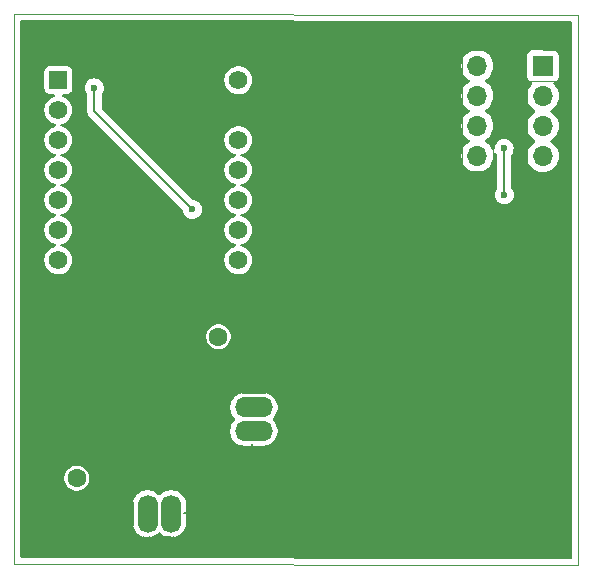
<source format=gbs>
%TF.GenerationSoftware,KiCad,Pcbnew,8.0.2-1*%
%TF.CreationDate,2024-10-31T23:55:18-04:00*%
%TF.ProjectId,version2,76657273-696f-46e3-922e-6b696361645f,rev?*%
%TF.SameCoordinates,Original*%
%TF.FileFunction,Soldermask,Bot*%
%TF.FilePolarity,Negative*%
%FSLAX46Y46*%
G04 Gerber Fmt 4.6, Leading zero omitted, Abs format (unit mm)*
G04 Created by KiCad (PCBNEW 8.0.2-1) date 2024-10-31 23:55:18*
%MOMM*%
%LPD*%
G01*
G04 APERTURE LIST*
G04 Aperture macros list*
%AMRoundRect*
0 Rectangle with rounded corners*
0 $1 Rounding radius*
0 $2 $3 $4 $5 $6 $7 $8 $9 X,Y pos of 4 corners*
0 Add a 4 corners polygon primitive as box body*
4,1,4,$2,$3,$4,$5,$6,$7,$8,$9,$2,$3,0*
0 Add four circle primitives for the rounded corners*
1,1,$1+$1,$2,$3*
1,1,$1+$1,$4,$5*
1,1,$1+$1,$6,$7*
1,1,$1+$1,$8,$9*
0 Add four rect primitives between the rounded corners*
20,1,$1+$1,$2,$3,$4,$5,0*
20,1,$1+$1,$4,$5,$6,$7,0*
20,1,$1+$1,$6,$7,$8,$9,0*
20,1,$1+$1,$8,$9,$2,$3,0*%
G04 Aperture macros list end*
%ADD10R,1.700000X1.700000*%
%ADD11O,1.700000X1.700000*%
%ADD12RoundRect,0.102000X-0.679000X-0.679000X0.679000X-0.679000X0.679000X0.679000X-0.679000X0.679000X0*%
%ADD13C,1.562000*%
%ADD14C,1.600000*%
%ADD15O,3.204000X1.704000*%
%ADD16O,1.704000X3.204000*%
%TA.AperFunction,ComponentPad*%
%ADD17R,1.700000X1.700000*%
%TD*%
%TA.AperFunction,ComponentPad*%
%ADD18O,1.700000X1.700000*%
%TD*%
%TA.AperFunction,ComponentPad*%
%ADD19R,1.358000X1.358000*%
%TD*%
%TA.AperFunction,ComponentPad*%
%ADD20C,1.358000*%
%TD*%
%TA.AperFunction,ComponentPad*%
%ADD21O,3.000000X1.500000*%
%TD*%
%TA.AperFunction,ComponentPad*%
%ADD22O,1.500000X3.000000*%
%TD*%
%TA.AperFunction,ViaPad*%
%ADD23C,0.600000*%
%TD*%
%TA.AperFunction,Conductor*%
%ADD24C,0.200000*%
%TD*%
%ADD25C,1.500000*%
%ADD26RoundRect,0.250000X0.337500X0.475000X-0.337500X0.475000X-0.337500X-0.475000X0.337500X-0.475000X0*%
%ADD27RoundRect,0.200000X-0.450000X0.200000X-0.450000X-0.200000X0.450000X-0.200000X0.450000X0.200000X0*%
%ADD28RoundRect,0.250001X-1.249999X0.799999X-1.249999X-0.799999X1.249999X-0.799999X1.249999X0.799999X0*%
%ADD29RoundRect,0.250000X0.475000X-0.337500X0.475000X0.337500X-0.475000X0.337500X-0.475000X-0.337500X0*%
%ADD30RoundRect,0.250000X-0.350000X0.850000X-0.350000X-0.850000X0.350000X-0.850000X0.350000X0.850000X0*%
%ADD31RoundRect,0.249997X-2.650003X2.950003X-2.650003X-2.950003X2.650003X-2.950003X2.650003X2.950003X0*%
%ADD32C,0.100000*%
%ADD33C,0.150000*%
%ADD34C,0.120000*%
%ADD35C,0.127000*%
%ADD36C,0.200000*%
%TA.AperFunction,Profile*%
%ADD37C,0.050000*%
%TD*%
G04 APERTURE END LIST*
D10*
%TO.C,J1*%
X139180000Y-79000000D03*
D11*
X139180000Y-76460000D03*
X139180000Y-73920000D03*
X139180000Y-71380000D03*
X139180000Y-68840000D03*
%TD*%
D12*
%TO.C,U2*%
X103707500Y-70048500D03*
D13*
X103707500Y-72588500D03*
X103707500Y-75128500D03*
X103707500Y-77668500D03*
X103707500Y-80208500D03*
X103707500Y-82748500D03*
X103707500Y-85288500D03*
X118947500Y-85288500D03*
X118947500Y-82748500D03*
X118947500Y-80208500D03*
X118947500Y-77668500D03*
X118947500Y-75128500D03*
X118947500Y-72588500D03*
X118947500Y-70048500D03*
%TD*%
D10*
%TO.C,J2*%
X144722500Y-68850000D03*
D11*
X144722500Y-71390000D03*
X144722500Y-73930000D03*
X144722500Y-76470000D03*
X144722500Y-79010000D03*
%TD*%
D14*
%TO.C,JOYSTICK*%
X105260000Y-103770000D03*
X117260000Y-91770000D03*
D15*
X120260000Y-97770000D03*
X120260000Y-99770000D03*
X120260000Y-95770000D03*
D16*
X111260000Y-106770000D03*
X113260000Y-106770000D03*
X109260000Y-106770000D03*
%TD*%
D17*
%TO.P,J1,1,Pin_1*%
%TO.N,GND*%
X139180000Y-79000000D03*
D18*
%TO.P,J1,2,Pin_2*%
%TO.N,/Y_OUT*%
X139180000Y-76460000D03*
%TO.P,J1,3,Pin_3*%
%TO.N,/X_OUT*%
X139180000Y-73920000D03*
%TO.P,J1,4,Pin_4*%
%TO.N,/3.3V*%
X139180000Y-71380000D03*
%TO.P,J1,5,Pin_5*%
%TO.N,/PWR*%
X139180000Y-68840000D03*
%TD*%
D19*
%TO.P,U2,1,D0*%
%TO.N,/X_OUT*%
X103707500Y-70048500D03*
D20*
%TO.P,U2,2,D1*%
%TO.N,/Y_OUT*%
X103707500Y-72588500D03*
%TO.P,U2,3,D2*%
%TO.N,unconnected-(U2-D2-Pad3)*%
X103707500Y-75128500D03*
%TO.P,U2,4,D3*%
%TO.N,unconnected-(U2-D3-Pad4)*%
X103707500Y-77668500D03*
%TO.P,U2,5,D4*%
%TO.N,unconnected-(U2-D4-Pad5)*%
X103707500Y-80208500D03*
%TO.P,U2,6,D5*%
%TO.N,unconnected-(U2-D5-Pad6)*%
X103707500Y-82748500D03*
%TO.P,U2,7,TX_D6*%
%TO.N,unconnected-(U2-TX_D6-Pad7)*%
X103707500Y-85288500D03*
%TO.P,U2,8,RX_D7*%
%TO.N,unconnected-(U2-RX_D7-Pad8)*%
X118947500Y-85288500D03*
%TO.P,U2,9,D8*%
%TO.N,unconnected-(U2-D8-Pad9)*%
X118947500Y-82748500D03*
%TO.P,U2,10,D9*%
%TO.N,unconnected-(U2-D9-Pad10)*%
X118947500Y-80208500D03*
%TO.P,U2,11,D10*%
%TO.N,unconnected-(U2-D10-Pad11)*%
X118947500Y-77668500D03*
%TO.P,U2,12,VCC_3V3*%
%TO.N,/3.3V*%
X118947500Y-75128500D03*
%TO.P,U2,13,GND*%
%TO.N,GND*%
X118947500Y-72588500D03*
%TO.P,U2,14,VUSB*%
%TO.N,unconnected-(U2-VUSB-Pad14)*%
X118947500Y-70048500D03*
%TD*%
D17*
%TO.P,J2,1,Pin_1*%
%TO.N,/PWR*%
X144722500Y-68850000D03*
D18*
%TO.P,J2,2,Pin_2*%
%TO.N,/3.3V*%
X144722500Y-71390000D03*
%TO.P,J2,3,Pin_3*%
%TO.N,/X_OUT*%
X144722500Y-73930000D03*
%TO.P,J2,4,Pin_4*%
%TO.N,/Y_OUT*%
X144722500Y-76470000D03*
%TO.P,J2,5,Pin_5*%
%TO.N,GND*%
X144722500Y-79010000D03*
%TD*%
D21*
%TO.P,JOYSTICK,X*%
%TO.N,/X_OUT*%
X120260000Y-97770000D03*
%TO.P,JOYSTICK,X+*%
%TO.N,/3.3V*%
X120260000Y-99770000D03*
%TO.P,JOYSTICK,X-*%
%TO.N,GND*%
X120260000Y-95770000D03*
D22*
%TO.P,JOYSTICK,Y*%
%TO.N,/Y_OUT*%
X111260000Y-106770000D03*
%TO.P,JOYSTICK,Y+*%
%TO.N,/3.3V*%
X113260000Y-106770000D03*
%TO.P,JOYSTICK,Y-*%
%TO.N,GND*%
X109260000Y-106770000D03*
%TD*%
D23*
%TO.N,GND*%
X134860000Y-93370000D03*
X125980000Y-92950000D03*
X132864023Y-96719122D03*
%TO.N,/3.3V*%
X141470000Y-79750000D03*
X141450000Y-75840000D03*
%TO.N,/X_OUT*%
X106760000Y-70710000D03*
X115050000Y-81000000D03*
%TD*%
D24*
%TO.N,GND*%
X134860000Y-94710000D02*
X132850878Y-96719122D01*
X132850878Y-96719122D02*
X132864023Y-96719122D01*
X134860000Y-93370000D02*
X134860000Y-94710000D01*
X125980000Y-92950000D02*
X125980000Y-93520000D01*
X125980000Y-93520000D02*
X125280000Y-94220000D01*
%TO.N,/3.3V*%
X141450000Y-79730000D02*
X141470000Y-79750000D01*
X141450000Y-75840000D02*
X141450000Y-79730000D01*
%TO.N,/X_OUT*%
X115050000Y-81000000D02*
X106760000Y-72710000D01*
X106760000Y-72710000D02*
X106760000Y-70710000D01*
%TD*%
%TA.AperFunction,Conductor*%
%TO.N,GND*%
G36*
X147045936Y-65019649D02*
G01*
X147112949Y-65039425D01*
X147158631Y-65092291D01*
X147169767Y-65143596D01*
X147189230Y-110473938D01*
X147169574Y-110540986D01*
X147116790Y-110586763D01*
X147064931Y-110597991D01*
X100609201Y-110486003D01*
X100542209Y-110466157D01*
X100496582Y-110413242D01*
X100485500Y-110362003D01*
X100485500Y-105921577D01*
X110009500Y-105921577D01*
X110009500Y-107618422D01*
X110040290Y-107812826D01*
X110101117Y-108000029D01*
X110190476Y-108175405D01*
X110306172Y-108334646D01*
X110445354Y-108473828D01*
X110604595Y-108589524D01*
X110687455Y-108631743D01*
X110779970Y-108678882D01*
X110779972Y-108678882D01*
X110779975Y-108678884D01*
X110880317Y-108711487D01*
X110967173Y-108739709D01*
X111161578Y-108770500D01*
X111161583Y-108770500D01*
X111358422Y-108770500D01*
X111552826Y-108739709D01*
X111740025Y-108678884D01*
X111915405Y-108589524D01*
X112074646Y-108473828D01*
X112172319Y-108376155D01*
X112233642Y-108342670D01*
X112303334Y-108347654D01*
X112347681Y-108376155D01*
X112445354Y-108473828D01*
X112604595Y-108589524D01*
X112687455Y-108631743D01*
X112779970Y-108678882D01*
X112779972Y-108678882D01*
X112779975Y-108678884D01*
X112880317Y-108711487D01*
X112967173Y-108739709D01*
X113161578Y-108770500D01*
X113161583Y-108770500D01*
X113358422Y-108770500D01*
X113552826Y-108739709D01*
X113740025Y-108678884D01*
X113915405Y-108589524D01*
X114074646Y-108473828D01*
X114213828Y-108334646D01*
X114329524Y-108175405D01*
X114418884Y-108000025D01*
X114479709Y-107812826D01*
X114510500Y-107618422D01*
X114510500Y-105921577D01*
X114479709Y-105727173D01*
X114418882Y-105539970D01*
X114329523Y-105364594D01*
X114213828Y-105205354D01*
X114074646Y-105066172D01*
X113915405Y-104950476D01*
X113740029Y-104861117D01*
X113552826Y-104800290D01*
X113358422Y-104769500D01*
X113358417Y-104769500D01*
X113161583Y-104769500D01*
X113161578Y-104769500D01*
X112967173Y-104800290D01*
X112779970Y-104861117D01*
X112604594Y-104950476D01*
X112513741Y-105016485D01*
X112445354Y-105066172D01*
X112445352Y-105066174D01*
X112445351Y-105066174D01*
X112347681Y-105163845D01*
X112286358Y-105197330D01*
X112216666Y-105192346D01*
X112172319Y-105163845D01*
X112074648Y-105066174D01*
X112074646Y-105066172D01*
X111915405Y-104950476D01*
X111740029Y-104861117D01*
X111552826Y-104800290D01*
X111358422Y-104769500D01*
X111358417Y-104769500D01*
X111161583Y-104769500D01*
X111161578Y-104769500D01*
X110967173Y-104800290D01*
X110779970Y-104861117D01*
X110604594Y-104950476D01*
X110513741Y-105016485D01*
X110445354Y-105066172D01*
X110445352Y-105066174D01*
X110445351Y-105066174D01*
X110306174Y-105205351D01*
X110306174Y-105205352D01*
X110306172Y-105205354D01*
X110260001Y-105268903D01*
X110190476Y-105364594D01*
X110101117Y-105539970D01*
X110040290Y-105727173D01*
X110009500Y-105921577D01*
X100485500Y-105921577D01*
X100485500Y-103666530D01*
X104209500Y-103666530D01*
X104209500Y-103873469D01*
X104249868Y-104076412D01*
X104249870Y-104076420D01*
X104329058Y-104267596D01*
X104444024Y-104439657D01*
X104590342Y-104585975D01*
X104590345Y-104585977D01*
X104762402Y-104700941D01*
X104953580Y-104780130D01*
X105156530Y-104820499D01*
X105156534Y-104820500D01*
X105156535Y-104820500D01*
X105363466Y-104820500D01*
X105363467Y-104820499D01*
X105566420Y-104780130D01*
X105757598Y-104700941D01*
X105929655Y-104585977D01*
X106075977Y-104439655D01*
X106190941Y-104267598D01*
X106270130Y-104076420D01*
X106310500Y-103873465D01*
X106310500Y-103666535D01*
X106270130Y-103463580D01*
X106190941Y-103272402D01*
X106075977Y-103100345D01*
X106075975Y-103100342D01*
X105929657Y-102954024D01*
X105843626Y-102896541D01*
X105757598Y-102839059D01*
X105566420Y-102759870D01*
X105566412Y-102759868D01*
X105363469Y-102719500D01*
X105363465Y-102719500D01*
X105156535Y-102719500D01*
X105156530Y-102719500D01*
X104953587Y-102759868D01*
X104953579Y-102759870D01*
X104762403Y-102839058D01*
X104590342Y-102954024D01*
X104444024Y-103100342D01*
X104329058Y-103272403D01*
X104249870Y-103463579D01*
X104249868Y-103463587D01*
X104209500Y-103666530D01*
X100485500Y-103666530D01*
X100485500Y-97671577D01*
X118259500Y-97671577D01*
X118259500Y-97868422D01*
X118290290Y-98062826D01*
X118351117Y-98250029D01*
X118440476Y-98425405D01*
X118556172Y-98584646D01*
X118556174Y-98584648D01*
X118653845Y-98682319D01*
X118687330Y-98743642D01*
X118682346Y-98813334D01*
X118653845Y-98857681D01*
X118556174Y-98955351D01*
X118556174Y-98955352D01*
X118556172Y-98955354D01*
X118506485Y-99023741D01*
X118440476Y-99114594D01*
X118351117Y-99289970D01*
X118290290Y-99477173D01*
X118259500Y-99671577D01*
X118259500Y-99868422D01*
X118290290Y-100062826D01*
X118351117Y-100250029D01*
X118440476Y-100425405D01*
X118556172Y-100584646D01*
X118695354Y-100723828D01*
X118854595Y-100839524D01*
X118937455Y-100881743D01*
X119029970Y-100928882D01*
X119029972Y-100928882D01*
X119029975Y-100928884D01*
X119130317Y-100961487D01*
X119217173Y-100989709D01*
X119411578Y-101020500D01*
X119411583Y-101020500D01*
X121108422Y-101020500D01*
X121302826Y-100989709D01*
X121490025Y-100928884D01*
X121665405Y-100839524D01*
X121824646Y-100723828D01*
X121963828Y-100584646D01*
X122079524Y-100425405D01*
X122168884Y-100250025D01*
X122229709Y-100062826D01*
X122260500Y-99868422D01*
X122260500Y-99671577D01*
X122229709Y-99477173D01*
X122168882Y-99289970D01*
X122079523Y-99114594D01*
X121963828Y-98955354D01*
X121866155Y-98857681D01*
X121832670Y-98796358D01*
X121837654Y-98726666D01*
X121866155Y-98682319D01*
X121963828Y-98584646D01*
X122079524Y-98425405D01*
X122168884Y-98250025D01*
X122229709Y-98062826D01*
X122260500Y-97868422D01*
X122260500Y-97671577D01*
X122229709Y-97477173D01*
X122168882Y-97289970D01*
X122079523Y-97114594D01*
X121963828Y-96955354D01*
X121824646Y-96816172D01*
X121665405Y-96700476D01*
X121490029Y-96611117D01*
X121302826Y-96550290D01*
X121108422Y-96519500D01*
X121108417Y-96519500D01*
X119411583Y-96519500D01*
X119411578Y-96519500D01*
X119217173Y-96550290D01*
X119029970Y-96611117D01*
X118854594Y-96700476D01*
X118763741Y-96766485D01*
X118695354Y-96816172D01*
X118695352Y-96816174D01*
X118695351Y-96816174D01*
X118556174Y-96955351D01*
X118556174Y-96955352D01*
X118556172Y-96955354D01*
X118506485Y-97023741D01*
X118440476Y-97114594D01*
X118351117Y-97289970D01*
X118290290Y-97477173D01*
X118259500Y-97671577D01*
X100485500Y-97671577D01*
X100485500Y-91666530D01*
X116209500Y-91666530D01*
X116209500Y-91873469D01*
X116249868Y-92076412D01*
X116249870Y-92076420D01*
X116329058Y-92267596D01*
X116444024Y-92439657D01*
X116590342Y-92585975D01*
X116590345Y-92585977D01*
X116762402Y-92700941D01*
X116953580Y-92780130D01*
X117156530Y-92820499D01*
X117156534Y-92820500D01*
X117156535Y-92820500D01*
X117363466Y-92820500D01*
X117363467Y-92820499D01*
X117566420Y-92780130D01*
X117757598Y-92700941D01*
X117929655Y-92585977D01*
X118075977Y-92439655D01*
X118190941Y-92267598D01*
X118270130Y-92076420D01*
X118310500Y-91873465D01*
X118310500Y-91666535D01*
X118270130Y-91463580D01*
X118190941Y-91272402D01*
X118075977Y-91100345D01*
X118075975Y-91100342D01*
X117929657Y-90954024D01*
X117843626Y-90896541D01*
X117757598Y-90839059D01*
X117566420Y-90759870D01*
X117566412Y-90759868D01*
X117363469Y-90719500D01*
X117363465Y-90719500D01*
X117156535Y-90719500D01*
X117156530Y-90719500D01*
X116953587Y-90759868D01*
X116953579Y-90759870D01*
X116762403Y-90839058D01*
X116590342Y-90954024D01*
X116444024Y-91100342D01*
X116329058Y-91272403D01*
X116249870Y-91463579D01*
X116249868Y-91463587D01*
X116209500Y-91666530D01*
X100485500Y-91666530D01*
X100485500Y-72588499D01*
X102522947Y-72588499D01*
X102522947Y-72588500D01*
X102543115Y-72806160D01*
X102543116Y-72806162D01*
X102602935Y-73016405D01*
X102602941Y-73016420D01*
X102700369Y-73212081D01*
X102700374Y-73212089D01*
X102730643Y-73252171D01*
X102832105Y-73386528D01*
X102993647Y-73533794D01*
X102993649Y-73533795D01*
X102993650Y-73533796D01*
X103179495Y-73648866D01*
X103179501Y-73648869D01*
X103247443Y-73675189D01*
X103383332Y-73727833D01*
X103430295Y-73736612D01*
X103492573Y-73768280D01*
X103527846Y-73828592D01*
X103524912Y-73898400D01*
X103484703Y-73955540D01*
X103430295Y-73980387D01*
X103383332Y-73989167D01*
X103383330Y-73989167D01*
X103383328Y-73989168D01*
X103179501Y-74068130D01*
X103179495Y-74068133D01*
X102993650Y-74183203D01*
X102832104Y-74330472D01*
X102700374Y-74504910D01*
X102700369Y-74504918D01*
X102602941Y-74700579D01*
X102602935Y-74700594D01*
X102543116Y-74910837D01*
X102543115Y-74910839D01*
X102522947Y-75128499D01*
X102522947Y-75128500D01*
X102543115Y-75346160D01*
X102543116Y-75346162D01*
X102602935Y-75556405D01*
X102602941Y-75556420D01*
X102700369Y-75752081D01*
X102700374Y-75752089D01*
X102821622Y-75912646D01*
X102832105Y-75926528D01*
X102993647Y-76073794D01*
X102993649Y-76073795D01*
X102993650Y-76073796D01*
X103179495Y-76188866D01*
X103179501Y-76188869D01*
X103202111Y-76197628D01*
X103383332Y-76267833D01*
X103430295Y-76276612D01*
X103492573Y-76308280D01*
X103527846Y-76368592D01*
X103524912Y-76438400D01*
X103484703Y-76495540D01*
X103430295Y-76520387D01*
X103383332Y-76529167D01*
X103383330Y-76529167D01*
X103383328Y-76529168D01*
X103179501Y-76608130D01*
X103179495Y-76608133D01*
X102993650Y-76723203D01*
X102832104Y-76870472D01*
X102700374Y-77044910D01*
X102700369Y-77044918D01*
X102602941Y-77240579D01*
X102602935Y-77240594D01*
X102543116Y-77450837D01*
X102543115Y-77450839D01*
X102522947Y-77668499D01*
X102522947Y-77668500D01*
X102543115Y-77886160D01*
X102543116Y-77886162D01*
X102602935Y-78096405D01*
X102602941Y-78096420D01*
X102700369Y-78292081D01*
X102700374Y-78292089D01*
X102832104Y-78466527D01*
X102832105Y-78466528D01*
X102993647Y-78613794D01*
X102993649Y-78613795D01*
X102993650Y-78613796D01*
X103179495Y-78728866D01*
X103179501Y-78728869D01*
X103247443Y-78755189D01*
X103383332Y-78807833D01*
X103430295Y-78816612D01*
X103492573Y-78848280D01*
X103527846Y-78908592D01*
X103524912Y-78978400D01*
X103484703Y-79035540D01*
X103430295Y-79060387D01*
X103383332Y-79069167D01*
X103383330Y-79069167D01*
X103383328Y-79069168D01*
X103179501Y-79148130D01*
X103179495Y-79148133D01*
X102993650Y-79263203D01*
X102832104Y-79410472D01*
X102700374Y-79584910D01*
X102700369Y-79584918D01*
X102602941Y-79780579D01*
X102602935Y-79780594D01*
X102543116Y-79990837D01*
X102543115Y-79990839D01*
X102522947Y-80208499D01*
X102522947Y-80208500D01*
X102543115Y-80426160D01*
X102543116Y-80426162D01*
X102602935Y-80636405D01*
X102602941Y-80636420D01*
X102700369Y-80832081D01*
X102700374Y-80832089D01*
X102832104Y-81006527D01*
X102832105Y-81006528D01*
X102993647Y-81153794D01*
X102993649Y-81153795D01*
X102993650Y-81153796D01*
X103179495Y-81268866D01*
X103179501Y-81268869D01*
X103247443Y-81295189D01*
X103383332Y-81347833D01*
X103430295Y-81356612D01*
X103492573Y-81388280D01*
X103527846Y-81448592D01*
X103524912Y-81518400D01*
X103484703Y-81575540D01*
X103430295Y-81600387D01*
X103383332Y-81609167D01*
X103383330Y-81609167D01*
X103383328Y-81609168D01*
X103179501Y-81688130D01*
X103179495Y-81688133D01*
X102993650Y-81803203D01*
X102832104Y-81950472D01*
X102700374Y-82124910D01*
X102700369Y-82124918D01*
X102602941Y-82320579D01*
X102602935Y-82320594D01*
X102543116Y-82530837D01*
X102543115Y-82530839D01*
X102522947Y-82748499D01*
X102522947Y-82748500D01*
X102543115Y-82966160D01*
X102543116Y-82966162D01*
X102602935Y-83176405D01*
X102602941Y-83176420D01*
X102700369Y-83372081D01*
X102700374Y-83372089D01*
X102832104Y-83546527D01*
X102832105Y-83546528D01*
X102993647Y-83693794D01*
X102993649Y-83693795D01*
X102993650Y-83693796D01*
X103179495Y-83808866D01*
X103179501Y-83808869D01*
X103247443Y-83835189D01*
X103383332Y-83887833D01*
X103430295Y-83896612D01*
X103492573Y-83928280D01*
X103527846Y-83988592D01*
X103524912Y-84058400D01*
X103484703Y-84115540D01*
X103430295Y-84140387D01*
X103383332Y-84149167D01*
X103383330Y-84149167D01*
X103383328Y-84149168D01*
X103179501Y-84228130D01*
X103179495Y-84228133D01*
X102993650Y-84343203D01*
X102832104Y-84490472D01*
X102700374Y-84664910D01*
X102700369Y-84664918D01*
X102602941Y-84860579D01*
X102602935Y-84860594D01*
X102543116Y-85070837D01*
X102543115Y-85070839D01*
X102522947Y-85288499D01*
X102522947Y-85288500D01*
X102543115Y-85506160D01*
X102543116Y-85506162D01*
X102602935Y-85716405D01*
X102602941Y-85716420D01*
X102700369Y-85912081D01*
X102700374Y-85912089D01*
X102832104Y-86086527D01*
X102832105Y-86086528D01*
X102993647Y-86233794D01*
X102993649Y-86233795D01*
X102993650Y-86233796D01*
X103179495Y-86348866D01*
X103179501Y-86348869D01*
X103222682Y-86365597D01*
X103383332Y-86427833D01*
X103598203Y-86468000D01*
X103598205Y-86468000D01*
X103816795Y-86468000D01*
X103816797Y-86468000D01*
X104031668Y-86427833D01*
X104235501Y-86348868D01*
X104421353Y-86233794D01*
X104582895Y-86086528D01*
X104714627Y-85912087D01*
X104812063Y-85716410D01*
X104871884Y-85506161D01*
X104892053Y-85288500D01*
X104871884Y-85070839D01*
X104812063Y-84860590D01*
X104812058Y-84860579D01*
X104714630Y-84664918D01*
X104714625Y-84664910D01*
X104582895Y-84490472D01*
X104421353Y-84343206D01*
X104421350Y-84343204D01*
X104421349Y-84343203D01*
X104235504Y-84228133D01*
X104235498Y-84228130D01*
X104074851Y-84165896D01*
X104031668Y-84149167D01*
X103984704Y-84140387D01*
X103922426Y-84108721D01*
X103887153Y-84048408D01*
X103890087Y-83978600D01*
X103930296Y-83921460D01*
X103984704Y-83896612D01*
X104031668Y-83887833D01*
X104235501Y-83808868D01*
X104421353Y-83693794D01*
X104582895Y-83546528D01*
X104714627Y-83372087D01*
X104812063Y-83176410D01*
X104871884Y-82966161D01*
X104892053Y-82748500D01*
X104871884Y-82530839D01*
X104812063Y-82320590D01*
X104812058Y-82320579D01*
X104714630Y-82124918D01*
X104714625Y-82124910D01*
X104582895Y-81950472D01*
X104421353Y-81803206D01*
X104421350Y-81803204D01*
X104421349Y-81803203D01*
X104235504Y-81688133D01*
X104235498Y-81688130D01*
X104074851Y-81625896D01*
X104031668Y-81609167D01*
X103984704Y-81600387D01*
X103922426Y-81568721D01*
X103887153Y-81508408D01*
X103890087Y-81438600D01*
X103930296Y-81381460D01*
X103984704Y-81356612D01*
X104031668Y-81347833D01*
X104235501Y-81268868D01*
X104421353Y-81153794D01*
X104582895Y-81006528D01*
X104714627Y-80832087D01*
X104812063Y-80636410D01*
X104871884Y-80426161D01*
X104892053Y-80208500D01*
X104889205Y-80177770D01*
X104871884Y-79990839D01*
X104871883Y-79990837D01*
X104854361Y-79929255D01*
X104812063Y-79780590D01*
X104812058Y-79780579D01*
X104714630Y-79584918D01*
X104714625Y-79584910D01*
X104582895Y-79410472D01*
X104571930Y-79400476D01*
X104421353Y-79263206D01*
X104421350Y-79263204D01*
X104421349Y-79263203D01*
X104235504Y-79148133D01*
X104235498Y-79148130D01*
X104074851Y-79085896D01*
X104031668Y-79069167D01*
X103984704Y-79060387D01*
X103922426Y-79028721D01*
X103887153Y-78968408D01*
X103890087Y-78898600D01*
X103930296Y-78841460D01*
X103984704Y-78816612D01*
X104031668Y-78807833D01*
X104235501Y-78728868D01*
X104421353Y-78613794D01*
X104582895Y-78466528D01*
X104714627Y-78292087D01*
X104812063Y-78096410D01*
X104871884Y-77886161D01*
X104892053Y-77668500D01*
X104871884Y-77450839D01*
X104812063Y-77240590D01*
X104765874Y-77147830D01*
X104714630Y-77044918D01*
X104714625Y-77044910D01*
X104582895Y-76870472D01*
X104421353Y-76723206D01*
X104421350Y-76723204D01*
X104421349Y-76723203D01*
X104235504Y-76608133D01*
X104235498Y-76608130D01*
X104074851Y-76545896D01*
X104031668Y-76529167D01*
X103984704Y-76520387D01*
X103922426Y-76488721D01*
X103887153Y-76428408D01*
X103890087Y-76358600D01*
X103930296Y-76301460D01*
X103984704Y-76276612D01*
X104031668Y-76267833D01*
X104235501Y-76188868D01*
X104421353Y-76073794D01*
X104582895Y-75926528D01*
X104714627Y-75752087D01*
X104812063Y-75556410D01*
X104871884Y-75346161D01*
X104892053Y-75128500D01*
X104890815Y-75115145D01*
X104871884Y-74910839D01*
X104871883Y-74910837D01*
X104812064Y-74700594D01*
X104812063Y-74700590D01*
X104765874Y-74607830D01*
X104714630Y-74504918D01*
X104714625Y-74504910D01*
X104582895Y-74330472D01*
X104421353Y-74183206D01*
X104421350Y-74183204D01*
X104421349Y-74183203D01*
X104235504Y-74068133D01*
X104235498Y-74068130D01*
X104074851Y-74005896D01*
X104031668Y-73989167D01*
X103984704Y-73980387D01*
X103922426Y-73948721D01*
X103887153Y-73888408D01*
X103890087Y-73818600D01*
X103930296Y-73761460D01*
X103984704Y-73736612D01*
X104031668Y-73727833D01*
X104235501Y-73648868D01*
X104421353Y-73533794D01*
X104582895Y-73386528D01*
X104714627Y-73212087D01*
X104812063Y-73016410D01*
X104871884Y-72806161D01*
X104892053Y-72588500D01*
X104890815Y-72575145D01*
X104871884Y-72370839D01*
X104871883Y-72370837D01*
X104812064Y-72160594D01*
X104812063Y-72160590D01*
X104765874Y-72067830D01*
X104714630Y-71964918D01*
X104714625Y-71964910D01*
X104582895Y-71790472D01*
X104421353Y-71643206D01*
X104421350Y-71643204D01*
X104421349Y-71643203D01*
X104235504Y-71528133D01*
X104235498Y-71528130D01*
X104079316Y-71467626D01*
X104023915Y-71425053D01*
X104000324Y-71359286D01*
X104016035Y-71291206D01*
X104066059Y-71242427D01*
X104124109Y-71227999D01*
X104434372Y-71227999D01*
X104493983Y-71221591D01*
X104628831Y-71171296D01*
X104744046Y-71085046D01*
X104830296Y-70969831D01*
X104880591Y-70834983D01*
X104887000Y-70775373D01*
X104887000Y-70709996D01*
X105954435Y-70709996D01*
X105954435Y-70710003D01*
X105974630Y-70889249D01*
X105974631Y-70889254D01*
X106034211Y-71059523D01*
X106093950Y-71154596D01*
X106104441Y-71171293D01*
X106130185Y-71212263D01*
X106132445Y-71215097D01*
X106133334Y-71217275D01*
X106133889Y-71218158D01*
X106133734Y-71218255D01*
X106158855Y-71279783D01*
X106159500Y-71292412D01*
X106159500Y-72623330D01*
X106159499Y-72623348D01*
X106159499Y-72789054D01*
X106159498Y-72789054D01*
X106200423Y-72941785D01*
X106215529Y-72967949D01*
X106215528Y-72967949D01*
X106215529Y-72967950D01*
X106279475Y-73078709D01*
X106279481Y-73078717D01*
X106398349Y-73197585D01*
X106398355Y-73197590D01*
X114219298Y-81018533D01*
X114252783Y-81079856D01*
X114254837Y-81092330D01*
X114264630Y-81179249D01*
X114324210Y-81349521D01*
X114328665Y-81356611D01*
X114420184Y-81502262D01*
X114547738Y-81629816D01*
X114700478Y-81725789D01*
X114870745Y-81785368D01*
X114870750Y-81785369D01*
X115049996Y-81805565D01*
X115050000Y-81805565D01*
X115050004Y-81805565D01*
X115229249Y-81785369D01*
X115229252Y-81785368D01*
X115229255Y-81785368D01*
X115399522Y-81725789D01*
X115552262Y-81629816D01*
X115679816Y-81502262D01*
X115775789Y-81349522D01*
X115835368Y-81179255D01*
X115845162Y-81092330D01*
X115855565Y-81000003D01*
X115855565Y-80999996D01*
X115835369Y-80820750D01*
X115835368Y-80820745D01*
X115775788Y-80650476D01*
X115703461Y-80535369D01*
X115679816Y-80497738D01*
X115552262Y-80370184D01*
X115399521Y-80274210D01*
X115229249Y-80214630D01*
X115142330Y-80204837D01*
X115077916Y-80177770D01*
X115068533Y-80169298D01*
X110027734Y-75128499D01*
X117762947Y-75128499D01*
X117762947Y-75128500D01*
X117783115Y-75346160D01*
X117783116Y-75346162D01*
X117842935Y-75556405D01*
X117842941Y-75556420D01*
X117940369Y-75752081D01*
X117940374Y-75752089D01*
X118061622Y-75912646D01*
X118072105Y-75926528D01*
X118233647Y-76073794D01*
X118233649Y-76073795D01*
X118233650Y-76073796D01*
X118419495Y-76188866D01*
X118419501Y-76188869D01*
X118442111Y-76197628D01*
X118623332Y-76267833D01*
X118670295Y-76276612D01*
X118732573Y-76308280D01*
X118767846Y-76368592D01*
X118764912Y-76438400D01*
X118724703Y-76495540D01*
X118670295Y-76520387D01*
X118623332Y-76529167D01*
X118623330Y-76529167D01*
X118623328Y-76529168D01*
X118419501Y-76608130D01*
X118419495Y-76608133D01*
X118233650Y-76723203D01*
X118072104Y-76870472D01*
X117940374Y-77044910D01*
X117940369Y-77044918D01*
X117842941Y-77240579D01*
X117842935Y-77240594D01*
X117783116Y-77450837D01*
X117783115Y-77450839D01*
X117762947Y-77668499D01*
X117762947Y-77668500D01*
X117783115Y-77886160D01*
X117783116Y-77886162D01*
X117842935Y-78096405D01*
X117842941Y-78096420D01*
X117940369Y-78292081D01*
X117940374Y-78292089D01*
X118072104Y-78466527D01*
X118072105Y-78466528D01*
X118233647Y-78613794D01*
X118233649Y-78613795D01*
X118233650Y-78613796D01*
X118419495Y-78728866D01*
X118419501Y-78728869D01*
X118487443Y-78755189D01*
X118623332Y-78807833D01*
X118670295Y-78816612D01*
X118732573Y-78848280D01*
X118767846Y-78908592D01*
X118764912Y-78978400D01*
X118724703Y-79035540D01*
X118670295Y-79060387D01*
X118623332Y-79069167D01*
X118623330Y-79069167D01*
X118623328Y-79069168D01*
X118419501Y-79148130D01*
X118419495Y-79148133D01*
X118233650Y-79263203D01*
X118072104Y-79410472D01*
X117940374Y-79584910D01*
X117940369Y-79584918D01*
X117842941Y-79780579D01*
X117842935Y-79780594D01*
X117783116Y-79990837D01*
X117783115Y-79990839D01*
X117762947Y-80208499D01*
X117762947Y-80208500D01*
X117783115Y-80426160D01*
X117783116Y-80426162D01*
X117842935Y-80636405D01*
X117842941Y-80636420D01*
X117940369Y-80832081D01*
X117940374Y-80832089D01*
X118072104Y-81006527D01*
X118072105Y-81006528D01*
X118233647Y-81153794D01*
X118233649Y-81153795D01*
X118233650Y-81153796D01*
X118419495Y-81268866D01*
X118419501Y-81268869D01*
X118487443Y-81295189D01*
X118623332Y-81347833D01*
X118670295Y-81356612D01*
X118732573Y-81388280D01*
X118767846Y-81448592D01*
X118764912Y-81518400D01*
X118724703Y-81575540D01*
X118670295Y-81600387D01*
X118623332Y-81609167D01*
X118623330Y-81609167D01*
X118623328Y-81609168D01*
X118419501Y-81688130D01*
X118419495Y-81688133D01*
X118233650Y-81803203D01*
X118072104Y-81950472D01*
X117940374Y-82124910D01*
X117940369Y-82124918D01*
X117842941Y-82320579D01*
X117842935Y-82320594D01*
X117783116Y-82530837D01*
X117783115Y-82530839D01*
X117762947Y-82748499D01*
X117762947Y-82748500D01*
X117783115Y-82966160D01*
X117783116Y-82966162D01*
X117842935Y-83176405D01*
X117842941Y-83176420D01*
X117940369Y-83372081D01*
X117940374Y-83372089D01*
X118072104Y-83546527D01*
X118072105Y-83546528D01*
X118233647Y-83693794D01*
X118233649Y-83693795D01*
X118233650Y-83693796D01*
X118419495Y-83808866D01*
X118419501Y-83808869D01*
X118487443Y-83835189D01*
X118623332Y-83887833D01*
X118670295Y-83896612D01*
X118732573Y-83928280D01*
X118767846Y-83988592D01*
X118764912Y-84058400D01*
X118724703Y-84115540D01*
X118670295Y-84140387D01*
X118623332Y-84149167D01*
X118623330Y-84149167D01*
X118623328Y-84149168D01*
X118419501Y-84228130D01*
X118419495Y-84228133D01*
X118233650Y-84343203D01*
X118072104Y-84490472D01*
X117940374Y-84664910D01*
X117940369Y-84664918D01*
X117842941Y-84860579D01*
X117842935Y-84860594D01*
X117783116Y-85070837D01*
X117783115Y-85070839D01*
X117762947Y-85288499D01*
X117762947Y-85288500D01*
X117783115Y-85506160D01*
X117783116Y-85506162D01*
X117842935Y-85716405D01*
X117842941Y-85716420D01*
X117940369Y-85912081D01*
X117940374Y-85912089D01*
X118072104Y-86086527D01*
X118072105Y-86086528D01*
X118233647Y-86233794D01*
X118233649Y-86233795D01*
X118233650Y-86233796D01*
X118419495Y-86348866D01*
X118419501Y-86348869D01*
X118462682Y-86365597D01*
X118623332Y-86427833D01*
X118838203Y-86468000D01*
X118838205Y-86468000D01*
X119056795Y-86468000D01*
X119056797Y-86468000D01*
X119271668Y-86427833D01*
X119475501Y-86348868D01*
X119661353Y-86233794D01*
X119822895Y-86086528D01*
X119954627Y-85912087D01*
X120052063Y-85716410D01*
X120111884Y-85506161D01*
X120132053Y-85288500D01*
X120111884Y-85070839D01*
X120052063Y-84860590D01*
X120052058Y-84860579D01*
X119954630Y-84664918D01*
X119954625Y-84664910D01*
X119822895Y-84490472D01*
X119661353Y-84343206D01*
X119661350Y-84343204D01*
X119661349Y-84343203D01*
X119475504Y-84228133D01*
X119475498Y-84228130D01*
X119314851Y-84165896D01*
X119271668Y-84149167D01*
X119224704Y-84140387D01*
X119162426Y-84108721D01*
X119127153Y-84048408D01*
X119130087Y-83978600D01*
X119170296Y-83921460D01*
X119224704Y-83896612D01*
X119271668Y-83887833D01*
X119475501Y-83808868D01*
X119661353Y-83693794D01*
X119822895Y-83546528D01*
X119954627Y-83372087D01*
X120052063Y-83176410D01*
X120111884Y-82966161D01*
X120132053Y-82748500D01*
X120111884Y-82530839D01*
X120052063Y-82320590D01*
X120052058Y-82320579D01*
X119954630Y-82124918D01*
X119954625Y-82124910D01*
X119822895Y-81950472D01*
X119661353Y-81803206D01*
X119661350Y-81803204D01*
X119661349Y-81803203D01*
X119475504Y-81688133D01*
X119475498Y-81688130D01*
X119314851Y-81625896D01*
X119271668Y-81609167D01*
X119224704Y-81600387D01*
X119162426Y-81568721D01*
X119127153Y-81508408D01*
X119130087Y-81438600D01*
X119170296Y-81381460D01*
X119224704Y-81356612D01*
X119271668Y-81347833D01*
X119475501Y-81268868D01*
X119661353Y-81153794D01*
X119822895Y-81006528D01*
X119954627Y-80832087D01*
X120052063Y-80636410D01*
X120111884Y-80426161D01*
X120132053Y-80208500D01*
X120129205Y-80177770D01*
X120111884Y-79990839D01*
X120111883Y-79990837D01*
X120094361Y-79929255D01*
X120052063Y-79780590D01*
X120052058Y-79780579D01*
X119954630Y-79584918D01*
X119954625Y-79584910D01*
X119822895Y-79410472D01*
X119811930Y-79400476D01*
X119661353Y-79263206D01*
X119661350Y-79263204D01*
X119661349Y-79263203D01*
X119475504Y-79148133D01*
X119475498Y-79148130D01*
X119314851Y-79085896D01*
X119271668Y-79069167D01*
X119224704Y-79060387D01*
X119162426Y-79028721D01*
X119127153Y-78968408D01*
X119130087Y-78898600D01*
X119170296Y-78841460D01*
X119224704Y-78816612D01*
X119271668Y-78807833D01*
X119475501Y-78728868D01*
X119661353Y-78613794D01*
X119822895Y-78466528D01*
X119954627Y-78292087D01*
X120052063Y-78096410D01*
X120111884Y-77886161D01*
X120132053Y-77668500D01*
X120111884Y-77450839D01*
X120052063Y-77240590D01*
X120005874Y-77147830D01*
X119954630Y-77044918D01*
X119954625Y-77044910D01*
X119822895Y-76870472D01*
X119661353Y-76723206D01*
X119661350Y-76723204D01*
X119661349Y-76723203D01*
X119475504Y-76608133D01*
X119475498Y-76608130D01*
X119314851Y-76545896D01*
X119271668Y-76529167D01*
X119224704Y-76520387D01*
X119162426Y-76488721D01*
X119127153Y-76428408D01*
X119130087Y-76358600D01*
X119170296Y-76301460D01*
X119224704Y-76276612D01*
X119271668Y-76267833D01*
X119475501Y-76188868D01*
X119661353Y-76073794D01*
X119822895Y-75926528D01*
X119954627Y-75752087D01*
X120052063Y-75556410D01*
X120111884Y-75346161D01*
X120132053Y-75128500D01*
X120130815Y-75115145D01*
X120111884Y-74910839D01*
X120111883Y-74910837D01*
X120052064Y-74700594D01*
X120052063Y-74700590D01*
X120005874Y-74607830D01*
X119954630Y-74504918D01*
X119954625Y-74504910D01*
X119822895Y-74330472D01*
X119661353Y-74183206D01*
X119661350Y-74183204D01*
X119661349Y-74183203D01*
X119475504Y-74068133D01*
X119475498Y-74068130D01*
X119314851Y-74005896D01*
X119271668Y-73989167D01*
X119056797Y-73949000D01*
X118838203Y-73949000D01*
X118623332Y-73989167D01*
X118623329Y-73989167D01*
X118623329Y-73989168D01*
X118419501Y-74068130D01*
X118419495Y-74068133D01*
X118233650Y-74183203D01*
X118072104Y-74330472D01*
X117940374Y-74504910D01*
X117940369Y-74504918D01*
X117842941Y-74700579D01*
X117842935Y-74700594D01*
X117783116Y-74910837D01*
X117783115Y-74910839D01*
X117762947Y-75128499D01*
X110027734Y-75128499D01*
X107396819Y-72497584D01*
X107363334Y-72436261D01*
X107360500Y-72409903D01*
X107360500Y-71292412D01*
X107380185Y-71225373D01*
X107387555Y-71215097D01*
X107389810Y-71212267D01*
X107389816Y-71212262D01*
X107485789Y-71059522D01*
X107545368Y-70889255D01*
X107550182Y-70846528D01*
X107565565Y-70710003D01*
X107565565Y-70709996D01*
X107545369Y-70530750D01*
X107545368Y-70530745D01*
X107526354Y-70476405D01*
X107485789Y-70360478D01*
X107473867Y-70341505D01*
X107392227Y-70211575D01*
X107389816Y-70207738D01*
X107262262Y-70080184D01*
X107234917Y-70063002D01*
X107211836Y-70048499D01*
X117762947Y-70048499D01*
X117762947Y-70048500D01*
X117783115Y-70266160D01*
X117783116Y-70266162D01*
X117842935Y-70476405D01*
X117842941Y-70476420D01*
X117940369Y-70672081D01*
X117940374Y-70672089D01*
X118072104Y-70846527D01*
X118072105Y-70846528D01*
X118233647Y-70993794D01*
X118233649Y-70993795D01*
X118233650Y-70993796D01*
X118419495Y-71108866D01*
X118419501Y-71108869D01*
X118462682Y-71125597D01*
X118623332Y-71187833D01*
X118838203Y-71228000D01*
X118838205Y-71228000D01*
X119056795Y-71228000D01*
X119056797Y-71228000D01*
X119271668Y-71187833D01*
X119475501Y-71108868D01*
X119661353Y-70993794D01*
X119822895Y-70846528D01*
X119954627Y-70672087D01*
X120052063Y-70476410D01*
X120111884Y-70266161D01*
X120132053Y-70048500D01*
X120122215Y-69942335D01*
X120111884Y-69830839D01*
X120111883Y-69830837D01*
X120105238Y-69807483D01*
X120052063Y-69620590D01*
X120052058Y-69620579D01*
X119954630Y-69424918D01*
X119954625Y-69424910D01*
X119822895Y-69250472D01*
X119687641Y-69127171D01*
X119661353Y-69103206D01*
X119661350Y-69103204D01*
X119661349Y-69103203D01*
X119475504Y-68988133D01*
X119475498Y-68988130D01*
X119314350Y-68925702D01*
X119271668Y-68909167D01*
X119056797Y-68869000D01*
X118838203Y-68869000D01*
X118623332Y-68909167D01*
X118623329Y-68909167D01*
X118623329Y-68909168D01*
X118419501Y-68988130D01*
X118419495Y-68988133D01*
X118233650Y-69103203D01*
X118072104Y-69250472D01*
X117940374Y-69424910D01*
X117940369Y-69424918D01*
X117842941Y-69620579D01*
X117842935Y-69620594D01*
X117783116Y-69830837D01*
X117783115Y-69830839D01*
X117762947Y-70048499D01*
X107211836Y-70048499D01*
X107109523Y-69984211D01*
X106939254Y-69924631D01*
X106939249Y-69924630D01*
X106760004Y-69904435D01*
X106759996Y-69904435D01*
X106580750Y-69924630D01*
X106580745Y-69924631D01*
X106410476Y-69984211D01*
X106257737Y-70080184D01*
X106130184Y-70207737D01*
X106034211Y-70360476D01*
X105974631Y-70530745D01*
X105974630Y-70530750D01*
X105954435Y-70709996D01*
X104887000Y-70709996D01*
X104886999Y-69321628D01*
X104880591Y-69262017D01*
X104830296Y-69127169D01*
X104830295Y-69127168D01*
X104830293Y-69127164D01*
X104744047Y-69011955D01*
X104744044Y-69011952D01*
X104628835Y-68925706D01*
X104628828Y-68925702D01*
X104493982Y-68875408D01*
X104493983Y-68875408D01*
X104434383Y-68869001D01*
X104434381Y-68869000D01*
X104434373Y-68869000D01*
X104434364Y-68869000D01*
X102980629Y-68869000D01*
X102980623Y-68869001D01*
X102921016Y-68875408D01*
X102786171Y-68925702D01*
X102786164Y-68925706D01*
X102670955Y-69011952D01*
X102670952Y-69011955D01*
X102584706Y-69127164D01*
X102584702Y-69127171D01*
X102534408Y-69262017D01*
X102529932Y-69303655D01*
X102528001Y-69321623D01*
X102528000Y-69321635D01*
X102528000Y-70775370D01*
X102528001Y-70775376D01*
X102534408Y-70834983D01*
X102584702Y-70969828D01*
X102584706Y-70969835D01*
X102670952Y-71085044D01*
X102670955Y-71085047D01*
X102786164Y-71171293D01*
X102786171Y-71171297D01*
X102921017Y-71221591D01*
X102921016Y-71221591D01*
X102927944Y-71222335D01*
X102980627Y-71228000D01*
X103290889Y-71227999D01*
X103357926Y-71247683D01*
X103403681Y-71300487D01*
X103413625Y-71369646D01*
X103384600Y-71433201D01*
X103335681Y-71467625D01*
X103179510Y-71528126D01*
X103179495Y-71528133D01*
X102993650Y-71643203D01*
X102832104Y-71790472D01*
X102700374Y-71964910D01*
X102700369Y-71964918D01*
X102602941Y-72160579D01*
X102602935Y-72160594D01*
X102543116Y-72370837D01*
X102543115Y-72370839D01*
X102522947Y-72588499D01*
X100485500Y-72588499D01*
X100485500Y-68839999D01*
X137824341Y-68839999D01*
X137824341Y-68840000D01*
X137844936Y-69075403D01*
X137844938Y-69075413D01*
X137906094Y-69303655D01*
X137906096Y-69303659D01*
X137906097Y-69303663D01*
X138005965Y-69517830D01*
X138005967Y-69517834D01*
X138141501Y-69711395D01*
X138141506Y-69711402D01*
X138308597Y-69878493D01*
X138308603Y-69878498D01*
X138494158Y-70008425D01*
X138537783Y-70063002D01*
X138544977Y-70132500D01*
X138513454Y-70194855D01*
X138494158Y-70211575D01*
X138308597Y-70341505D01*
X138141505Y-70508597D01*
X138005965Y-70702169D01*
X138005964Y-70702171D01*
X137906098Y-70916335D01*
X137906094Y-70916344D01*
X137844938Y-71144586D01*
X137844936Y-71144596D01*
X137824341Y-71379999D01*
X137824341Y-71380000D01*
X137844936Y-71615403D01*
X137844938Y-71615413D01*
X137906094Y-71843655D01*
X137906096Y-71843659D01*
X137906097Y-71843663D01*
X138005965Y-72057830D01*
X138005967Y-72057834D01*
X138141501Y-72251395D01*
X138141506Y-72251402D01*
X138308597Y-72418493D01*
X138308603Y-72418498D01*
X138494158Y-72548425D01*
X138537783Y-72603002D01*
X138544977Y-72672500D01*
X138513454Y-72734855D01*
X138494158Y-72751575D01*
X138308597Y-72881505D01*
X138141505Y-73048597D01*
X138005965Y-73242169D01*
X138005964Y-73242171D01*
X137906098Y-73456335D01*
X137906094Y-73456344D01*
X137844938Y-73684586D01*
X137844936Y-73684596D01*
X137824341Y-73919999D01*
X137824341Y-73920000D01*
X137844936Y-74155403D01*
X137844938Y-74155413D01*
X137906094Y-74383655D01*
X137906096Y-74383659D01*
X137906097Y-74383663D01*
X138005965Y-74597830D01*
X138005967Y-74597834D01*
X138141501Y-74791395D01*
X138141506Y-74791402D01*
X138308597Y-74958493D01*
X138308603Y-74958498D01*
X138494158Y-75088425D01*
X138537783Y-75143002D01*
X138544977Y-75212500D01*
X138513454Y-75274855D01*
X138494158Y-75291575D01*
X138308597Y-75421505D01*
X138141505Y-75588597D01*
X138005965Y-75782169D01*
X138005964Y-75782171D01*
X137906098Y-75996335D01*
X137906094Y-75996344D01*
X137844938Y-76224586D01*
X137844936Y-76224596D01*
X137824341Y-76459999D01*
X137824341Y-76460000D01*
X137844936Y-76695403D01*
X137844938Y-76695413D01*
X137906094Y-76923655D01*
X137906096Y-76923659D01*
X137906097Y-76923663D01*
X138005965Y-77137830D01*
X138005967Y-77137834D01*
X138077918Y-77240590D01*
X138141505Y-77331401D01*
X138308599Y-77498495D01*
X138322885Y-77508498D01*
X138502165Y-77634032D01*
X138502167Y-77634033D01*
X138502170Y-77634035D01*
X138716337Y-77733903D01*
X138944592Y-77795063D01*
X139132918Y-77811539D01*
X139179999Y-77815659D01*
X139180000Y-77815659D01*
X139180001Y-77815659D01*
X139219234Y-77812226D01*
X139415408Y-77795063D01*
X139643663Y-77733903D01*
X139857830Y-77634035D01*
X140051401Y-77498495D01*
X140218495Y-77331401D01*
X140354035Y-77137830D01*
X140453903Y-76923663D01*
X140515063Y-76695408D01*
X140535659Y-76460000D01*
X140522436Y-76308868D01*
X140536202Y-76240370D01*
X140584817Y-76190187D01*
X140652846Y-76174253D01*
X140718690Y-76197628D01*
X140750958Y-76232090D01*
X140752530Y-76234592D01*
X140799202Y-76308870D01*
X140820185Y-76342263D01*
X140822445Y-76345097D01*
X140823334Y-76347275D01*
X140823889Y-76348158D01*
X140823734Y-76348255D01*
X140848855Y-76409783D01*
X140849500Y-76422412D01*
X140849500Y-79197187D01*
X140830494Y-79263159D01*
X140744211Y-79400476D01*
X140684631Y-79570745D01*
X140684630Y-79570750D01*
X140664435Y-79749996D01*
X140664435Y-79750003D01*
X140684630Y-79929249D01*
X140684631Y-79929254D01*
X140744211Y-80099523D01*
X140807333Y-80199980D01*
X140840184Y-80252262D01*
X140967738Y-80379816D01*
X141120478Y-80475789D01*
X141183202Y-80497737D01*
X141290745Y-80535368D01*
X141290750Y-80535369D01*
X141469996Y-80555565D01*
X141470000Y-80555565D01*
X141470004Y-80555565D01*
X141649249Y-80535369D01*
X141649252Y-80535368D01*
X141649255Y-80535368D01*
X141819522Y-80475789D01*
X141972262Y-80379816D01*
X142099816Y-80252262D01*
X142195789Y-80099522D01*
X142255368Y-79929255D01*
X142272118Y-79780594D01*
X142275565Y-79750003D01*
X142275565Y-79749996D01*
X142255369Y-79570750D01*
X142255368Y-79570745D01*
X142195788Y-79400476D01*
X142109533Y-79263203D01*
X142099816Y-79247738D01*
X142086819Y-79234741D01*
X142053334Y-79173418D01*
X142050500Y-79147060D01*
X142050500Y-76422412D01*
X142070185Y-76355373D01*
X142077555Y-76345097D01*
X142079810Y-76342267D01*
X142079816Y-76342262D01*
X142175789Y-76189522D01*
X142235368Y-76019255D01*
X142236823Y-76006344D01*
X142255565Y-75840003D01*
X142255565Y-75839996D01*
X142235369Y-75660750D01*
X142235368Y-75660745D01*
X142198863Y-75556420D01*
X142175789Y-75490478D01*
X142079816Y-75337738D01*
X141952262Y-75210184D01*
X141936054Y-75200000D01*
X141799523Y-75114211D01*
X141629254Y-75054631D01*
X141629249Y-75054630D01*
X141450004Y-75034435D01*
X141449996Y-75034435D01*
X141270750Y-75054630D01*
X141270745Y-75054631D01*
X141100476Y-75114211D01*
X140947737Y-75210184D01*
X140820184Y-75337737D01*
X140724211Y-75490476D01*
X140664631Y-75660745D01*
X140664630Y-75660750D01*
X140644435Y-75839996D01*
X140644435Y-75845607D01*
X140624750Y-75912646D01*
X140571946Y-75958401D01*
X140502788Y-75968345D01*
X140439232Y-75939320D01*
X140408053Y-75898012D01*
X140354035Y-75782171D01*
X140354034Y-75782169D01*
X140218494Y-75588597D01*
X140051402Y-75421506D01*
X140051396Y-75421501D01*
X139865842Y-75291575D01*
X139822217Y-75236998D01*
X139815023Y-75167500D01*
X139846546Y-75105145D01*
X139865842Y-75088425D01*
X139914106Y-75054630D01*
X140051401Y-74958495D01*
X140218495Y-74791401D01*
X140354035Y-74597830D01*
X140453903Y-74383663D01*
X140515063Y-74155408D01*
X140535659Y-73920000D01*
X140515063Y-73684592D01*
X140456584Y-73466344D01*
X140453905Y-73456344D01*
X140453904Y-73456343D01*
X140453903Y-73456337D01*
X140354035Y-73242171D01*
X140332972Y-73212089D01*
X140218494Y-73048597D01*
X140051402Y-72881506D01*
X140051396Y-72881501D01*
X139865842Y-72751575D01*
X139822217Y-72696998D01*
X139815023Y-72627500D01*
X139846546Y-72565145D01*
X139865842Y-72548425D01*
X139990319Y-72461265D01*
X140051401Y-72418495D01*
X140218495Y-72251401D01*
X140354035Y-72057830D01*
X140453903Y-71843663D01*
X140515063Y-71615408D01*
X140534784Y-71389999D01*
X143366841Y-71389999D01*
X143366841Y-71390000D01*
X143387436Y-71625403D01*
X143387438Y-71625413D01*
X143448594Y-71853655D01*
X143448596Y-71853659D01*
X143448597Y-71853663D01*
X143500474Y-71964913D01*
X143548465Y-72067830D01*
X143548467Y-72067834D01*
X143684001Y-72261395D01*
X143684006Y-72261402D01*
X143851097Y-72428493D01*
X143851103Y-72428498D01*
X144036658Y-72558425D01*
X144080283Y-72613002D01*
X144087477Y-72682500D01*
X144055954Y-72744855D01*
X144036658Y-72761575D01*
X143851097Y-72891505D01*
X143684005Y-73058597D01*
X143548465Y-73252169D01*
X143548464Y-73252171D01*
X143448598Y-73466335D01*
X143448594Y-73466344D01*
X143387438Y-73694586D01*
X143387436Y-73694596D01*
X143366841Y-73929999D01*
X143366841Y-73930000D01*
X143387436Y-74165403D01*
X143387438Y-74165413D01*
X143448594Y-74393655D01*
X143448596Y-74393659D01*
X143448597Y-74393663D01*
X143500474Y-74504913D01*
X143548465Y-74607830D01*
X143548467Y-74607834D01*
X143684001Y-74801395D01*
X143684006Y-74801402D01*
X143851097Y-74968493D01*
X143851103Y-74968498D01*
X144036658Y-75098425D01*
X144080283Y-75153002D01*
X144087477Y-75222500D01*
X144055954Y-75284855D01*
X144036658Y-75301575D01*
X143851097Y-75431505D01*
X143684005Y-75598597D01*
X143548465Y-75792169D01*
X143548464Y-75792171D01*
X143448598Y-76006335D01*
X143448594Y-76006344D01*
X143387438Y-76234586D01*
X143387436Y-76234596D01*
X143366841Y-76469999D01*
X143366841Y-76470000D01*
X143387436Y-76705403D01*
X143387438Y-76705413D01*
X143448594Y-76933655D01*
X143448596Y-76933659D01*
X143448597Y-76933663D01*
X143500474Y-77044913D01*
X143548465Y-77147830D01*
X143548467Y-77147834D01*
X143613416Y-77240590D01*
X143684005Y-77341401D01*
X143851099Y-77508495D01*
X143947884Y-77576265D01*
X144044665Y-77644032D01*
X144044667Y-77644033D01*
X144044670Y-77644035D01*
X144258837Y-77743903D01*
X144487092Y-77805063D01*
X144675418Y-77821539D01*
X144722499Y-77825659D01*
X144722500Y-77825659D01*
X144722501Y-77825659D01*
X144761734Y-77822226D01*
X144957908Y-77805063D01*
X145186163Y-77743903D01*
X145400330Y-77644035D01*
X145593901Y-77508495D01*
X145760995Y-77341401D01*
X145896535Y-77147830D01*
X145996403Y-76933663D01*
X146057563Y-76705408D01*
X146078159Y-76470000D01*
X146057563Y-76234592D01*
X145996403Y-76006337D01*
X145896535Y-75792171D01*
X145868470Y-75752089D01*
X145760994Y-75598597D01*
X145593902Y-75431506D01*
X145593896Y-75431501D01*
X145408342Y-75301575D01*
X145364717Y-75246998D01*
X145357523Y-75177500D01*
X145389046Y-75115145D01*
X145408342Y-75098425D01*
X145470886Y-75054631D01*
X145593901Y-74968495D01*
X145760995Y-74801401D01*
X145896535Y-74607830D01*
X145996403Y-74393663D01*
X146057563Y-74165408D01*
X146078159Y-73930000D01*
X146057563Y-73694592D01*
X145996403Y-73466337D01*
X145896535Y-73252171D01*
X145868470Y-73212089D01*
X145760994Y-73058597D01*
X145593902Y-72891506D01*
X145593896Y-72891501D01*
X145408342Y-72761575D01*
X145364717Y-72706998D01*
X145357523Y-72637500D01*
X145389046Y-72575145D01*
X145408342Y-72558425D01*
X145430526Y-72542891D01*
X145593901Y-72428495D01*
X145760995Y-72261401D01*
X145896535Y-72067830D01*
X145996403Y-71853663D01*
X146057563Y-71625408D01*
X146078159Y-71390000D01*
X146057563Y-71154592D01*
X145996403Y-70926337D01*
X145896535Y-70712171D01*
X145868469Y-70672089D01*
X145760996Y-70518600D01*
X145718801Y-70476405D01*
X145639067Y-70396671D01*
X145605584Y-70335351D01*
X145610568Y-70265659D01*
X145652439Y-70209725D01*
X145683415Y-70192810D01*
X145814831Y-70143796D01*
X145930046Y-70057546D01*
X146016296Y-69942331D01*
X146066591Y-69807483D01*
X146073000Y-69747873D01*
X146072999Y-67952128D01*
X146066591Y-67892517D01*
X146032644Y-67801501D01*
X146016297Y-67757671D01*
X146016293Y-67757664D01*
X145930047Y-67642455D01*
X145930044Y-67642452D01*
X145814835Y-67556206D01*
X145814828Y-67556202D01*
X145679982Y-67505908D01*
X145679983Y-67505908D01*
X145620383Y-67499501D01*
X145620381Y-67499500D01*
X145620373Y-67499500D01*
X145620364Y-67499500D01*
X143824629Y-67499500D01*
X143824623Y-67499501D01*
X143765016Y-67505908D01*
X143630171Y-67556202D01*
X143630164Y-67556206D01*
X143514955Y-67642452D01*
X143514952Y-67642455D01*
X143428706Y-67757664D01*
X143428702Y-67757671D01*
X143378408Y-67892517D01*
X143372001Y-67952116D01*
X143372001Y-67952123D01*
X143372000Y-67952135D01*
X143372000Y-69747870D01*
X143372001Y-69747876D01*
X143378408Y-69807483D01*
X143428702Y-69942328D01*
X143428706Y-69942335D01*
X143514952Y-70057544D01*
X143514955Y-70057547D01*
X143630164Y-70143793D01*
X143630171Y-70143797D01*
X143761581Y-70192810D01*
X143817515Y-70234681D01*
X143841932Y-70300145D01*
X143827080Y-70368418D01*
X143805930Y-70396673D01*
X143684003Y-70518600D01*
X143548465Y-70712169D01*
X143548464Y-70712171D01*
X143448598Y-70926335D01*
X143448594Y-70926344D01*
X143387438Y-71154586D01*
X143387436Y-71154596D01*
X143366841Y-71389999D01*
X140534784Y-71389999D01*
X140535659Y-71380000D01*
X140515063Y-71144592D01*
X140468238Y-70969835D01*
X140453905Y-70916344D01*
X140453904Y-70916343D01*
X140453903Y-70916337D01*
X140354035Y-70702171D01*
X140332972Y-70672089D01*
X140218494Y-70508597D01*
X140051402Y-70341506D01*
X140051396Y-70341501D01*
X139865842Y-70211575D01*
X139822217Y-70156998D01*
X139815023Y-70087500D01*
X139846546Y-70025145D01*
X139865842Y-70008425D01*
X139960238Y-69942328D01*
X140051401Y-69878495D01*
X140218495Y-69711401D01*
X140354035Y-69517830D01*
X140453903Y-69303663D01*
X140515063Y-69075408D01*
X140535659Y-68840000D01*
X140515063Y-68604592D01*
X140453903Y-68376337D01*
X140354035Y-68162171D01*
X140218495Y-67968599D01*
X140218494Y-67968597D01*
X140051402Y-67801506D01*
X140051395Y-67801501D01*
X139857834Y-67665967D01*
X139857830Y-67665965D01*
X139807413Y-67642455D01*
X139643663Y-67566097D01*
X139643659Y-67566096D01*
X139643655Y-67566094D01*
X139415413Y-67504938D01*
X139415403Y-67504936D01*
X139180001Y-67484341D01*
X139179999Y-67484341D01*
X138944596Y-67504936D01*
X138944586Y-67504938D01*
X138716344Y-67566094D01*
X138716335Y-67566098D01*
X138502171Y-67665964D01*
X138502169Y-67665965D01*
X138308597Y-67801505D01*
X138141505Y-67968597D01*
X138005965Y-68162169D01*
X138005964Y-68162171D01*
X137906098Y-68376335D01*
X137906094Y-68376344D01*
X137844938Y-68604586D01*
X137844936Y-68604596D01*
X137824341Y-68839999D01*
X100485500Y-68839999D01*
X100485500Y-65080351D01*
X100505185Y-65013312D01*
X100557989Y-64967557D01*
X100609667Y-64956351D01*
X147045936Y-65019649D01*
G37*
%TD.AperFunction*%
%TD*%
D25*
%TO.C,TP3*%
X131880000Y-80850000D03*
%TD*%
D10*
%TO.C,J1*%
X139180000Y-79000000D03*
D11*
X139180000Y-76460000D03*
X139180000Y-73920000D03*
X139180000Y-71380000D03*
X139180000Y-68840000D03*
%TD*%
D25*
%TO.C,TP2*%
X131880000Y-70850000D03*
%TD*%
%TO.C,TP5*%
X131880000Y-77590000D03*
%TD*%
%TO.C,TP4*%
X131880000Y-74190000D03*
%TD*%
D26*
%TO.C,C4*%
X126487500Y-69590000D03*
X124412500Y-69590000D03*
%TD*%
D25*
%TO.C,TP1*%
X131940000Y-67680000D03*
%TD*%
D12*
%TO.C,U2*%
X103707500Y-70048500D03*
D13*
X103707500Y-72588500D03*
X103707500Y-75128500D03*
X103707500Y-77668500D03*
X103707500Y-80208500D03*
X103707500Y-82748500D03*
X103707500Y-85288500D03*
X118947500Y-85288500D03*
X118947500Y-82748500D03*
X118947500Y-80208500D03*
X118947500Y-77668500D03*
X118947500Y-75128500D03*
X118947500Y-72588500D03*
X118947500Y-70048500D03*
%TD*%
D27*
%TO.C,BATTERY*%
X142776000Y-101862500D03*
X142776000Y-103112500D03*
D28*
X140026000Y-99312500D03*
X140026000Y-105662500D03*
%TD*%
D29*
%TO.C,C3*%
X137266000Y-94057500D03*
X137266000Y-91982500D03*
%TD*%
%TO.C,C2*%
X127736000Y-93875000D03*
X127736000Y-91800000D03*
%TD*%
%TO.C,C1*%
X143366000Y-94105000D03*
X143366000Y-92030000D03*
%TD*%
D30*
%TO.C,U1*%
X134045000Y-97625000D03*
X131765000Y-97625000D03*
D31*
X131765000Y-103925000D03*
D30*
X129485000Y-97625000D03*
%TD*%
D10*
%TO.C,J2*%
X144722500Y-68850000D03*
D11*
X144722500Y-71390000D03*
X144722500Y-73930000D03*
X144722500Y-76470000D03*
X144722500Y-79010000D03*
%TD*%
D14*
%TO.C,JOYSTICK*%
X105260000Y-103770000D03*
X117260000Y-91770000D03*
D15*
X120260000Y-97770000D03*
X120260000Y-99770000D03*
X120260000Y-95770000D03*
D16*
X111260000Y-106770000D03*
X113260000Y-106770000D03*
X109260000Y-106770000D03*
%TD*%
D32*
X133866265Y-68302419D02*
X133866265Y-67302419D01*
X133866265Y-67302419D02*
X134171027Y-67302419D01*
X134171027Y-67302419D02*
X134247217Y-67350038D01*
X134247217Y-67350038D02*
X134285312Y-67397657D01*
X134285312Y-67397657D02*
X134323408Y-67492895D01*
X134323408Y-67492895D02*
X134323408Y-67635752D01*
X134323408Y-67635752D02*
X134285312Y-67730990D01*
X134285312Y-67730990D02*
X134247217Y-67778609D01*
X134247217Y-67778609D02*
X134171027Y-67826228D01*
X134171027Y-67826228D02*
X133866265Y-67826228D01*
X134590074Y-67302419D02*
X134780550Y-68302419D01*
X134780550Y-68302419D02*
X134932931Y-67588133D01*
X134932931Y-67588133D02*
X135085312Y-68302419D01*
X135085312Y-68302419D02*
X135275789Y-67302419D01*
X136037694Y-68302419D02*
X135771027Y-67826228D01*
X135580551Y-68302419D02*
X135580551Y-67302419D01*
X135580551Y-67302419D02*
X135885313Y-67302419D01*
X135885313Y-67302419D02*
X135961503Y-67350038D01*
X135961503Y-67350038D02*
X135999598Y-67397657D01*
X135999598Y-67397657D02*
X136037694Y-67492895D01*
X136037694Y-67492895D02*
X136037694Y-67635752D01*
X136037694Y-67635752D02*
X135999598Y-67730990D01*
X135999598Y-67730990D02*
X135961503Y-67778609D01*
X135961503Y-67778609D02*
X135885313Y-67826228D01*
X135885313Y-67826228D02*
X135580551Y-67826228D01*
X131222419Y-95879925D02*
X131222419Y-95384687D01*
X131222419Y-95384687D02*
X131603371Y-95651353D01*
X131603371Y-95651353D02*
X131603371Y-95537068D01*
X131603371Y-95537068D02*
X131650990Y-95460877D01*
X131650990Y-95460877D02*
X131698609Y-95422782D01*
X131698609Y-95422782D02*
X131793847Y-95384687D01*
X131793847Y-95384687D02*
X132031942Y-95384687D01*
X132031942Y-95384687D02*
X132127180Y-95422782D01*
X132127180Y-95422782D02*
X132174800Y-95460877D01*
X132174800Y-95460877D02*
X132222419Y-95537068D01*
X132222419Y-95537068D02*
X132222419Y-95765639D01*
X132222419Y-95765639D02*
X132174800Y-95841830D01*
X132174800Y-95841830D02*
X132127180Y-95879925D01*
X131222419Y-95156115D02*
X132222419Y-94889448D01*
X132222419Y-94889448D02*
X131222419Y-94622782D01*
X131222419Y-94432306D02*
X131222419Y-93937068D01*
X131222419Y-93937068D02*
X131603371Y-94203734D01*
X131603371Y-94203734D02*
X131603371Y-94089449D01*
X131603371Y-94089449D02*
X131650990Y-94013258D01*
X131650990Y-94013258D02*
X131698609Y-93975163D01*
X131698609Y-93975163D02*
X131793847Y-93937068D01*
X131793847Y-93937068D02*
X132031942Y-93937068D01*
X132031942Y-93937068D02*
X132127180Y-93975163D01*
X132127180Y-93975163D02*
X132174800Y-94013258D01*
X132174800Y-94013258D02*
X132222419Y-94089449D01*
X132222419Y-94089449D02*
X132222419Y-94318020D01*
X132222419Y-94318020D02*
X132174800Y-94394211D01*
X132174800Y-94394211D02*
X132127180Y-94432306D01*
X121547693Y-72050038D02*
X121452455Y-72002419D01*
X121452455Y-72002419D02*
X121309598Y-72002419D01*
X121309598Y-72002419D02*
X121166741Y-72050038D01*
X121166741Y-72050038D02*
X121071503Y-72145276D01*
X121071503Y-72145276D02*
X121023884Y-72240514D01*
X121023884Y-72240514D02*
X120976265Y-72430990D01*
X120976265Y-72430990D02*
X120976265Y-72573847D01*
X120976265Y-72573847D02*
X121023884Y-72764323D01*
X121023884Y-72764323D02*
X121071503Y-72859561D01*
X121071503Y-72859561D02*
X121166741Y-72954800D01*
X121166741Y-72954800D02*
X121309598Y-73002419D01*
X121309598Y-73002419D02*
X121404836Y-73002419D01*
X121404836Y-73002419D02*
X121547693Y-72954800D01*
X121547693Y-72954800D02*
X121595312Y-72907180D01*
X121595312Y-72907180D02*
X121595312Y-72573847D01*
X121595312Y-72573847D02*
X121404836Y-72573847D01*
X122023884Y-73002419D02*
X122023884Y-72002419D01*
X122023884Y-72002419D02*
X122595312Y-73002419D01*
X122595312Y-73002419D02*
X122595312Y-72002419D01*
X123071503Y-73002419D02*
X123071503Y-72002419D01*
X123071503Y-72002419D02*
X123309598Y-72002419D01*
X123309598Y-72002419D02*
X123452455Y-72050038D01*
X123452455Y-72050038D02*
X123547693Y-72145276D01*
X123547693Y-72145276D02*
X123595312Y-72240514D01*
X123595312Y-72240514D02*
X123642931Y-72430990D01*
X123642931Y-72430990D02*
X123642931Y-72573847D01*
X123642931Y-72573847D02*
X123595312Y-72764323D01*
X123595312Y-72764323D02*
X123547693Y-72859561D01*
X123547693Y-72859561D02*
X123452455Y-72954800D01*
X123452455Y-72954800D02*
X123309598Y-73002419D01*
X123309598Y-73002419D02*
X123071503Y-73002419D01*
X107493884Y-66098609D02*
X107827217Y-66098609D01*
X107970074Y-66622419D02*
X107493884Y-66622419D01*
X107493884Y-66622419D02*
X107493884Y-65622419D01*
X107493884Y-65622419D02*
X107970074Y-65622419D01*
X108351027Y-66574800D02*
X108493884Y-66622419D01*
X108493884Y-66622419D02*
X108731979Y-66622419D01*
X108731979Y-66622419D02*
X108827217Y-66574800D01*
X108827217Y-66574800D02*
X108874836Y-66527180D01*
X108874836Y-66527180D02*
X108922455Y-66431942D01*
X108922455Y-66431942D02*
X108922455Y-66336704D01*
X108922455Y-66336704D02*
X108874836Y-66241466D01*
X108874836Y-66241466D02*
X108827217Y-66193847D01*
X108827217Y-66193847D02*
X108731979Y-66146228D01*
X108731979Y-66146228D02*
X108541503Y-66098609D01*
X108541503Y-66098609D02*
X108446265Y-66050990D01*
X108446265Y-66050990D02*
X108398646Y-66003371D01*
X108398646Y-66003371D02*
X108351027Y-65908133D01*
X108351027Y-65908133D02*
X108351027Y-65812895D01*
X108351027Y-65812895D02*
X108398646Y-65717657D01*
X108398646Y-65717657D02*
X108446265Y-65670038D01*
X108446265Y-65670038D02*
X108541503Y-65622419D01*
X108541503Y-65622419D02*
X108779598Y-65622419D01*
X108779598Y-65622419D02*
X108922455Y-65670038D01*
X109351027Y-66622419D02*
X109351027Y-65622419D01*
X109351027Y-65622419D02*
X109731979Y-65622419D01*
X109731979Y-65622419D02*
X109827217Y-65670038D01*
X109827217Y-65670038D02*
X109874836Y-65717657D01*
X109874836Y-65717657D02*
X109922455Y-65812895D01*
X109922455Y-65812895D02*
X109922455Y-65955752D01*
X109922455Y-65955752D02*
X109874836Y-66050990D01*
X109874836Y-66050990D02*
X109827217Y-66098609D01*
X109827217Y-66098609D02*
X109731979Y-66146228D01*
X109731979Y-66146228D02*
X109351027Y-66146228D01*
X110255789Y-65622419D02*
X110874836Y-65622419D01*
X110874836Y-65622419D02*
X110541503Y-66003371D01*
X110541503Y-66003371D02*
X110684360Y-66003371D01*
X110684360Y-66003371D02*
X110779598Y-66050990D01*
X110779598Y-66050990D02*
X110827217Y-66098609D01*
X110827217Y-66098609D02*
X110874836Y-66193847D01*
X110874836Y-66193847D02*
X110874836Y-66431942D01*
X110874836Y-66431942D02*
X110827217Y-66527180D01*
X110827217Y-66527180D02*
X110779598Y-66574800D01*
X110779598Y-66574800D02*
X110684360Y-66622419D01*
X110684360Y-66622419D02*
X110398646Y-66622419D01*
X110398646Y-66622419D02*
X110303408Y-66574800D01*
X110303408Y-66574800D02*
X110255789Y-66527180D01*
X111255789Y-65717657D02*
X111303408Y-65670038D01*
X111303408Y-65670038D02*
X111398646Y-65622419D01*
X111398646Y-65622419D02*
X111636741Y-65622419D01*
X111636741Y-65622419D02*
X111731979Y-65670038D01*
X111731979Y-65670038D02*
X111779598Y-65717657D01*
X111779598Y-65717657D02*
X111827217Y-65812895D01*
X111827217Y-65812895D02*
X111827217Y-65908133D01*
X111827217Y-65908133D02*
X111779598Y-66050990D01*
X111779598Y-66050990D02*
X111208170Y-66622419D01*
X111208170Y-66622419D02*
X111827217Y-66622419D01*
X112255789Y-66241466D02*
X113017694Y-66241466D01*
X114065312Y-66527180D02*
X114017693Y-66574800D01*
X114017693Y-66574800D02*
X113874836Y-66622419D01*
X113874836Y-66622419D02*
X113779598Y-66622419D01*
X113779598Y-66622419D02*
X113636741Y-66574800D01*
X113636741Y-66574800D02*
X113541503Y-66479561D01*
X113541503Y-66479561D02*
X113493884Y-66384323D01*
X113493884Y-66384323D02*
X113446265Y-66193847D01*
X113446265Y-66193847D02*
X113446265Y-66050990D01*
X113446265Y-66050990D02*
X113493884Y-65860514D01*
X113493884Y-65860514D02*
X113541503Y-65765276D01*
X113541503Y-65765276D02*
X113636741Y-65670038D01*
X113636741Y-65670038D02*
X113779598Y-65622419D01*
X113779598Y-65622419D02*
X113874836Y-65622419D01*
X113874836Y-65622419D02*
X114017693Y-65670038D01*
X114017693Y-65670038D02*
X114065312Y-65717657D01*
X114398646Y-65622419D02*
X115017693Y-65622419D01*
X115017693Y-65622419D02*
X114684360Y-66003371D01*
X114684360Y-66003371D02*
X114827217Y-66003371D01*
X114827217Y-66003371D02*
X114922455Y-66050990D01*
X114922455Y-66050990D02*
X114970074Y-66098609D01*
X114970074Y-66098609D02*
X115017693Y-66193847D01*
X115017693Y-66193847D02*
X115017693Y-66431942D01*
X115017693Y-66431942D02*
X114970074Y-66527180D01*
X114970074Y-66527180D02*
X114922455Y-66574800D01*
X114922455Y-66574800D02*
X114827217Y-66622419D01*
X114827217Y-66622419D02*
X114541503Y-66622419D01*
X114541503Y-66622419D02*
X114446265Y-66574800D01*
X114446265Y-66574800D02*
X114398646Y-66527180D01*
X108255312Y-108710038D02*
X108179122Y-108662419D01*
X108179122Y-108662419D02*
X108064836Y-108662419D01*
X108064836Y-108662419D02*
X107950550Y-108710038D01*
X107950550Y-108710038D02*
X107874360Y-108805276D01*
X107874360Y-108805276D02*
X107836265Y-108900514D01*
X107836265Y-108900514D02*
X107798169Y-109090990D01*
X107798169Y-109090990D02*
X107798169Y-109233847D01*
X107798169Y-109233847D02*
X107836265Y-109424323D01*
X107836265Y-109424323D02*
X107874360Y-109519561D01*
X107874360Y-109519561D02*
X107950550Y-109614800D01*
X107950550Y-109614800D02*
X108064836Y-109662419D01*
X108064836Y-109662419D02*
X108141027Y-109662419D01*
X108141027Y-109662419D02*
X108255312Y-109614800D01*
X108255312Y-109614800D02*
X108293408Y-109567180D01*
X108293408Y-109567180D02*
X108293408Y-109233847D01*
X108293408Y-109233847D02*
X108141027Y-109233847D01*
X108636265Y-109662419D02*
X108636265Y-108662419D01*
X108636265Y-108662419D02*
X109093408Y-109662419D01*
X109093408Y-109662419D02*
X109093408Y-108662419D01*
X109474360Y-109662419D02*
X109474360Y-108662419D01*
X109474360Y-108662419D02*
X109664836Y-108662419D01*
X109664836Y-108662419D02*
X109779122Y-108710038D01*
X109779122Y-108710038D02*
X109855312Y-108805276D01*
X109855312Y-108805276D02*
X109893407Y-108900514D01*
X109893407Y-108900514D02*
X109931503Y-109090990D01*
X109931503Y-109090990D02*
X109931503Y-109233847D01*
X109931503Y-109233847D02*
X109893407Y-109424323D01*
X109893407Y-109424323D02*
X109855312Y-109519561D01*
X109855312Y-109519561D02*
X109779122Y-109614800D01*
X109779122Y-109614800D02*
X109664836Y-109662419D01*
X109664836Y-109662419D02*
X109474360Y-109662419D01*
X133600038Y-95414687D02*
X133552419Y-95490877D01*
X133552419Y-95490877D02*
X133552419Y-95605163D01*
X133552419Y-95605163D02*
X133600038Y-95719449D01*
X133600038Y-95719449D02*
X133695276Y-95795639D01*
X133695276Y-95795639D02*
X133790514Y-95833734D01*
X133790514Y-95833734D02*
X133980990Y-95871830D01*
X133980990Y-95871830D02*
X134123847Y-95871830D01*
X134123847Y-95871830D02*
X134314323Y-95833734D01*
X134314323Y-95833734D02*
X134409561Y-95795639D01*
X134409561Y-95795639D02*
X134504800Y-95719449D01*
X134504800Y-95719449D02*
X134552419Y-95605163D01*
X134552419Y-95605163D02*
X134552419Y-95528972D01*
X134552419Y-95528972D02*
X134504800Y-95414687D01*
X134504800Y-95414687D02*
X134457180Y-95376591D01*
X134457180Y-95376591D02*
X134123847Y-95376591D01*
X134123847Y-95376591D02*
X134123847Y-95528972D01*
X134552419Y-95033734D02*
X133552419Y-95033734D01*
X133552419Y-95033734D02*
X134552419Y-94576591D01*
X134552419Y-94576591D02*
X133552419Y-94576591D01*
X134552419Y-94195639D02*
X133552419Y-94195639D01*
X133552419Y-94195639D02*
X133552419Y-94005163D01*
X133552419Y-94005163D02*
X133600038Y-93890877D01*
X133600038Y-93890877D02*
X133695276Y-93814687D01*
X133695276Y-93814687D02*
X133790514Y-93776592D01*
X133790514Y-93776592D02*
X133980990Y-93738496D01*
X133980990Y-93738496D02*
X134123847Y-93738496D01*
X134123847Y-93738496D02*
X134314323Y-93776592D01*
X134314323Y-93776592D02*
X134409561Y-93814687D01*
X134409561Y-93814687D02*
X134504800Y-93890877D01*
X134504800Y-93890877D02*
X134552419Y-94005163D01*
X134552419Y-94005163D02*
X134552419Y-94195639D01*
X100914360Y-72456228D02*
X100914360Y-72932419D01*
X100581027Y-71932419D02*
X100914360Y-72456228D01*
X100914360Y-72456228D02*
X101247693Y-71932419D01*
X112690074Y-108662419D02*
X113185312Y-108662419D01*
X113185312Y-108662419D02*
X112918646Y-109043371D01*
X112918646Y-109043371D02*
X113032931Y-109043371D01*
X113032931Y-109043371D02*
X113109122Y-109090990D01*
X113109122Y-109090990D02*
X113147217Y-109138609D01*
X113147217Y-109138609D02*
X113185312Y-109233847D01*
X113185312Y-109233847D02*
X113185312Y-109471942D01*
X113185312Y-109471942D02*
X113147217Y-109567180D01*
X113147217Y-109567180D02*
X113109122Y-109614800D01*
X113109122Y-109614800D02*
X113032931Y-109662419D01*
X113032931Y-109662419D02*
X112804360Y-109662419D01*
X112804360Y-109662419D02*
X112728169Y-109614800D01*
X112728169Y-109614800D02*
X112690074Y-109567180D01*
X113413884Y-108662419D02*
X113680551Y-109662419D01*
X113680551Y-109662419D02*
X113947217Y-108662419D01*
X114137693Y-108662419D02*
X114632931Y-108662419D01*
X114632931Y-108662419D02*
X114366265Y-109043371D01*
X114366265Y-109043371D02*
X114480550Y-109043371D01*
X114480550Y-109043371D02*
X114556741Y-109090990D01*
X114556741Y-109090990D02*
X114594836Y-109138609D01*
X114594836Y-109138609D02*
X114632931Y-109233847D01*
X114632931Y-109233847D02*
X114632931Y-109471942D01*
X114632931Y-109471942D02*
X114594836Y-109567180D01*
X114594836Y-109567180D02*
X114556741Y-109614800D01*
X114556741Y-109614800D02*
X114480550Y-109662419D01*
X114480550Y-109662419D02*
X114251979Y-109662419D01*
X114251979Y-109662419D02*
X114175788Y-109614800D01*
X114175788Y-109614800D02*
X114137693Y-109567180D01*
X120998646Y-74622419D02*
X121617693Y-74622419D01*
X121617693Y-74622419D02*
X121284360Y-75003371D01*
X121284360Y-75003371D02*
X121427217Y-75003371D01*
X121427217Y-75003371D02*
X121522455Y-75050990D01*
X121522455Y-75050990D02*
X121570074Y-75098609D01*
X121570074Y-75098609D02*
X121617693Y-75193847D01*
X121617693Y-75193847D02*
X121617693Y-75431942D01*
X121617693Y-75431942D02*
X121570074Y-75527180D01*
X121570074Y-75527180D02*
X121522455Y-75574800D01*
X121522455Y-75574800D02*
X121427217Y-75622419D01*
X121427217Y-75622419D02*
X121141503Y-75622419D01*
X121141503Y-75622419D02*
X121046265Y-75574800D01*
X121046265Y-75574800D02*
X120998646Y-75527180D01*
X121903408Y-74622419D02*
X122236741Y-75622419D01*
X122236741Y-75622419D02*
X122570074Y-74622419D01*
X122808170Y-74622419D02*
X123427217Y-74622419D01*
X123427217Y-74622419D02*
X123093884Y-75003371D01*
X123093884Y-75003371D02*
X123236741Y-75003371D01*
X123236741Y-75003371D02*
X123331979Y-75050990D01*
X123331979Y-75050990D02*
X123379598Y-75098609D01*
X123379598Y-75098609D02*
X123427217Y-75193847D01*
X123427217Y-75193847D02*
X123427217Y-75431942D01*
X123427217Y-75431942D02*
X123379598Y-75527180D01*
X123379598Y-75527180D02*
X123331979Y-75574800D01*
X123331979Y-75574800D02*
X123236741Y-75622419D01*
X123236741Y-75622419D02*
X122951027Y-75622419D01*
X122951027Y-75622419D02*
X122855789Y-75574800D01*
X122855789Y-75574800D02*
X122808170Y-75527180D01*
X144955312Y-102590038D02*
X144879122Y-102542419D01*
X144879122Y-102542419D02*
X144764836Y-102542419D01*
X144764836Y-102542419D02*
X144650550Y-102590038D01*
X144650550Y-102590038D02*
X144574360Y-102685276D01*
X144574360Y-102685276D02*
X144536265Y-102780514D01*
X144536265Y-102780514D02*
X144498169Y-102970990D01*
X144498169Y-102970990D02*
X144498169Y-103113847D01*
X144498169Y-103113847D02*
X144536265Y-103304323D01*
X144536265Y-103304323D02*
X144574360Y-103399561D01*
X144574360Y-103399561D02*
X144650550Y-103494800D01*
X144650550Y-103494800D02*
X144764836Y-103542419D01*
X144764836Y-103542419D02*
X144841027Y-103542419D01*
X144841027Y-103542419D02*
X144955312Y-103494800D01*
X144955312Y-103494800D02*
X144993408Y-103447180D01*
X144993408Y-103447180D02*
X144993408Y-103113847D01*
X144993408Y-103113847D02*
X144841027Y-103113847D01*
X145336265Y-103542419D02*
X145336265Y-102542419D01*
X145336265Y-102542419D02*
X145793408Y-103542419D01*
X145793408Y-103542419D02*
X145793408Y-102542419D01*
X146174360Y-103542419D02*
X146174360Y-102542419D01*
X146174360Y-102542419D02*
X146364836Y-102542419D01*
X146364836Y-102542419D02*
X146479122Y-102590038D01*
X146479122Y-102590038D02*
X146555312Y-102685276D01*
X146555312Y-102685276D02*
X146593407Y-102780514D01*
X146593407Y-102780514D02*
X146631503Y-102970990D01*
X146631503Y-102970990D02*
X146631503Y-103113847D01*
X146631503Y-103113847D02*
X146593407Y-103304323D01*
X146593407Y-103304323D02*
X146555312Y-103399561D01*
X146555312Y-103399561D02*
X146479122Y-103494800D01*
X146479122Y-103494800D02*
X146364836Y-103542419D01*
X146364836Y-103542419D02*
X146174360Y-103542419D01*
X133790074Y-70492419D02*
X134285312Y-70492419D01*
X134285312Y-70492419D02*
X134018646Y-70873371D01*
X134018646Y-70873371D02*
X134132931Y-70873371D01*
X134132931Y-70873371D02*
X134209122Y-70920990D01*
X134209122Y-70920990D02*
X134247217Y-70968609D01*
X134247217Y-70968609D02*
X134285312Y-71063847D01*
X134285312Y-71063847D02*
X134285312Y-71301942D01*
X134285312Y-71301942D02*
X134247217Y-71397180D01*
X134247217Y-71397180D02*
X134209122Y-71444800D01*
X134209122Y-71444800D02*
X134132931Y-71492419D01*
X134132931Y-71492419D02*
X133904360Y-71492419D01*
X133904360Y-71492419D02*
X133828169Y-71444800D01*
X133828169Y-71444800D02*
X133790074Y-71397180D01*
X134513884Y-70492419D02*
X134780551Y-71492419D01*
X134780551Y-71492419D02*
X135047217Y-70492419D01*
X135237693Y-70492419D02*
X135732931Y-70492419D01*
X135732931Y-70492419D02*
X135466265Y-70873371D01*
X135466265Y-70873371D02*
X135580550Y-70873371D01*
X135580550Y-70873371D02*
X135656741Y-70920990D01*
X135656741Y-70920990D02*
X135694836Y-70968609D01*
X135694836Y-70968609D02*
X135732931Y-71063847D01*
X135732931Y-71063847D02*
X135732931Y-71301942D01*
X135732931Y-71301942D02*
X135694836Y-71397180D01*
X135694836Y-71397180D02*
X135656741Y-71444800D01*
X135656741Y-71444800D02*
X135580550Y-71492419D01*
X135580550Y-71492419D02*
X135351979Y-71492419D01*
X135351979Y-71492419D02*
X135275788Y-71444800D01*
X135275788Y-71444800D02*
X135237693Y-71397180D01*
X133790074Y-73752419D02*
X134323408Y-74752419D01*
X134323408Y-73752419D02*
X133790074Y-74752419D01*
X134437694Y-74847657D02*
X135047217Y-74847657D01*
X135390075Y-73752419D02*
X135542456Y-73752419D01*
X135542456Y-73752419D02*
X135618646Y-73800038D01*
X135618646Y-73800038D02*
X135694837Y-73895276D01*
X135694837Y-73895276D02*
X135732932Y-74085752D01*
X135732932Y-74085752D02*
X135732932Y-74419085D01*
X135732932Y-74419085D02*
X135694837Y-74609561D01*
X135694837Y-74609561D02*
X135618646Y-74704800D01*
X135618646Y-74704800D02*
X135542456Y-74752419D01*
X135542456Y-74752419D02*
X135390075Y-74752419D01*
X135390075Y-74752419D02*
X135313884Y-74704800D01*
X135313884Y-74704800D02*
X135237694Y-74609561D01*
X135237694Y-74609561D02*
X135199598Y-74419085D01*
X135199598Y-74419085D02*
X135199598Y-74085752D01*
X135199598Y-74085752D02*
X135237694Y-73895276D01*
X135237694Y-73895276D02*
X135313884Y-73800038D01*
X135313884Y-73800038D02*
X135390075Y-73752419D01*
X136075789Y-73752419D02*
X136075789Y-74561942D01*
X136075789Y-74561942D02*
X136113884Y-74657180D01*
X136113884Y-74657180D02*
X136151979Y-74704800D01*
X136151979Y-74704800D02*
X136228170Y-74752419D01*
X136228170Y-74752419D02*
X136380551Y-74752419D01*
X136380551Y-74752419D02*
X136456741Y-74704800D01*
X136456741Y-74704800D02*
X136494836Y-74657180D01*
X136494836Y-74657180D02*
X136532932Y-74561942D01*
X136532932Y-74561942D02*
X136532932Y-73752419D01*
X136799598Y-73752419D02*
X137256741Y-73752419D01*
X137028169Y-74752419D02*
X137028169Y-73752419D01*
X111138646Y-109186228D02*
X111138646Y-109662419D01*
X110871979Y-108662419D02*
X111138646Y-109186228D01*
X111138646Y-109186228D02*
X111405312Y-108662419D01*
X144466265Y-101942419D02*
X144466265Y-100942419D01*
X144466265Y-100942419D02*
X144771027Y-100942419D01*
X144771027Y-100942419D02*
X144847217Y-100990038D01*
X144847217Y-100990038D02*
X144885312Y-101037657D01*
X144885312Y-101037657D02*
X144923408Y-101132895D01*
X144923408Y-101132895D02*
X144923408Y-101275752D01*
X144923408Y-101275752D02*
X144885312Y-101370990D01*
X144885312Y-101370990D02*
X144847217Y-101418609D01*
X144847217Y-101418609D02*
X144771027Y-101466228D01*
X144771027Y-101466228D02*
X144466265Y-101466228D01*
X145190074Y-100942419D02*
X145380550Y-101942419D01*
X145380550Y-101942419D02*
X145532931Y-101228133D01*
X145532931Y-101228133D02*
X145685312Y-101942419D01*
X145685312Y-101942419D02*
X145875789Y-100942419D01*
X146637694Y-101942419D02*
X146371027Y-101466228D01*
X146180551Y-101942419D02*
X146180551Y-100942419D01*
X146180551Y-100942419D02*
X146485313Y-100942419D01*
X146485313Y-100942419D02*
X146561503Y-100990038D01*
X146561503Y-100990038D02*
X146599598Y-101037657D01*
X146599598Y-101037657D02*
X146637694Y-101132895D01*
X146637694Y-101132895D02*
X146637694Y-101275752D01*
X146637694Y-101275752D02*
X146599598Y-101370990D01*
X146599598Y-101370990D02*
X146561503Y-101418609D01*
X146561503Y-101418609D02*
X146485313Y-101466228D01*
X146485313Y-101466228D02*
X146180551Y-101466228D01*
X100498646Y-69572419D02*
X101165312Y-70572419D01*
X101165312Y-69572419D02*
X100498646Y-70572419D01*
X134285312Y-80510038D02*
X134209122Y-80462419D01*
X134209122Y-80462419D02*
X134094836Y-80462419D01*
X134094836Y-80462419D02*
X133980550Y-80510038D01*
X133980550Y-80510038D02*
X133904360Y-80605276D01*
X133904360Y-80605276D02*
X133866265Y-80700514D01*
X133866265Y-80700514D02*
X133828169Y-80890990D01*
X133828169Y-80890990D02*
X133828169Y-81033847D01*
X133828169Y-81033847D02*
X133866265Y-81224323D01*
X133866265Y-81224323D02*
X133904360Y-81319561D01*
X133904360Y-81319561D02*
X133980550Y-81414800D01*
X133980550Y-81414800D02*
X134094836Y-81462419D01*
X134094836Y-81462419D02*
X134171027Y-81462419D01*
X134171027Y-81462419D02*
X134285312Y-81414800D01*
X134285312Y-81414800D02*
X134323408Y-81367180D01*
X134323408Y-81367180D02*
X134323408Y-81033847D01*
X134323408Y-81033847D02*
X134171027Y-81033847D01*
X134666265Y-81462419D02*
X134666265Y-80462419D01*
X134666265Y-80462419D02*
X135123408Y-81462419D01*
X135123408Y-81462419D02*
X135123408Y-80462419D01*
X135504360Y-81462419D02*
X135504360Y-80462419D01*
X135504360Y-80462419D02*
X135694836Y-80462419D01*
X135694836Y-80462419D02*
X135809122Y-80510038D01*
X135809122Y-80510038D02*
X135885312Y-80605276D01*
X135885312Y-80605276D02*
X135923407Y-80700514D01*
X135923407Y-80700514D02*
X135961503Y-80890990D01*
X135961503Y-80890990D02*
X135961503Y-81033847D01*
X135961503Y-81033847D02*
X135923407Y-81224323D01*
X135923407Y-81224323D02*
X135885312Y-81319561D01*
X135885312Y-81319561D02*
X135809122Y-81414800D01*
X135809122Y-81414800D02*
X135694836Y-81462419D01*
X135694836Y-81462419D02*
X135504360Y-81462419D01*
X122845312Y-95310038D02*
X122769122Y-95262419D01*
X122769122Y-95262419D02*
X122654836Y-95262419D01*
X122654836Y-95262419D02*
X122540550Y-95310038D01*
X122540550Y-95310038D02*
X122464360Y-95405276D01*
X122464360Y-95405276D02*
X122426265Y-95500514D01*
X122426265Y-95500514D02*
X122388169Y-95690990D01*
X122388169Y-95690990D02*
X122388169Y-95833847D01*
X122388169Y-95833847D02*
X122426265Y-96024323D01*
X122426265Y-96024323D02*
X122464360Y-96119561D01*
X122464360Y-96119561D02*
X122540550Y-96214800D01*
X122540550Y-96214800D02*
X122654836Y-96262419D01*
X122654836Y-96262419D02*
X122731027Y-96262419D01*
X122731027Y-96262419D02*
X122845312Y-96214800D01*
X122845312Y-96214800D02*
X122883408Y-96167180D01*
X122883408Y-96167180D02*
X122883408Y-95833847D01*
X122883408Y-95833847D02*
X122731027Y-95833847D01*
X123226265Y-96262419D02*
X123226265Y-95262419D01*
X123226265Y-95262419D02*
X123683408Y-96262419D01*
X123683408Y-96262419D02*
X123683408Y-95262419D01*
X124064360Y-96262419D02*
X124064360Y-95262419D01*
X124064360Y-95262419D02*
X124254836Y-95262419D01*
X124254836Y-95262419D02*
X124369122Y-95310038D01*
X124369122Y-95310038D02*
X124445312Y-95405276D01*
X124445312Y-95405276D02*
X124483407Y-95500514D01*
X124483407Y-95500514D02*
X124521503Y-95690990D01*
X124521503Y-95690990D02*
X124521503Y-95833847D01*
X124521503Y-95833847D02*
X124483407Y-96024323D01*
X124483407Y-96024323D02*
X124445312Y-96119561D01*
X124445312Y-96119561D02*
X124369122Y-96214800D01*
X124369122Y-96214800D02*
X124254836Y-96262419D01*
X124254836Y-96262419D02*
X124064360Y-96262419D01*
X122410074Y-99262419D02*
X122905312Y-99262419D01*
X122905312Y-99262419D02*
X122638646Y-99643371D01*
X122638646Y-99643371D02*
X122752931Y-99643371D01*
X122752931Y-99643371D02*
X122829122Y-99690990D01*
X122829122Y-99690990D02*
X122867217Y-99738609D01*
X122867217Y-99738609D02*
X122905312Y-99833847D01*
X122905312Y-99833847D02*
X122905312Y-100071942D01*
X122905312Y-100071942D02*
X122867217Y-100167180D01*
X122867217Y-100167180D02*
X122829122Y-100214800D01*
X122829122Y-100214800D02*
X122752931Y-100262419D01*
X122752931Y-100262419D02*
X122524360Y-100262419D01*
X122524360Y-100262419D02*
X122448169Y-100214800D01*
X122448169Y-100214800D02*
X122410074Y-100167180D01*
X123133884Y-99262419D02*
X123400551Y-100262419D01*
X123400551Y-100262419D02*
X123667217Y-99262419D01*
X123857693Y-99262419D02*
X124352931Y-99262419D01*
X124352931Y-99262419D02*
X124086265Y-99643371D01*
X124086265Y-99643371D02*
X124200550Y-99643371D01*
X124200550Y-99643371D02*
X124276741Y-99690990D01*
X124276741Y-99690990D02*
X124314836Y-99738609D01*
X124314836Y-99738609D02*
X124352931Y-99833847D01*
X124352931Y-99833847D02*
X124352931Y-100071942D01*
X124352931Y-100071942D02*
X124314836Y-100167180D01*
X124314836Y-100167180D02*
X124276741Y-100214800D01*
X124276741Y-100214800D02*
X124200550Y-100262419D01*
X124200550Y-100262419D02*
X123971979Y-100262419D01*
X123971979Y-100262419D02*
X123895788Y-100214800D01*
X123895788Y-100214800D02*
X123857693Y-100167180D01*
X122740074Y-97292419D02*
X123273408Y-98292419D01*
X123273408Y-97292419D02*
X122740074Y-98292419D01*
X130062419Y-96023734D02*
X129062419Y-96023734D01*
X129062419Y-96023734D02*
X129062419Y-95718972D01*
X129062419Y-95718972D02*
X129110038Y-95642782D01*
X129110038Y-95642782D02*
X129157657Y-95604687D01*
X129157657Y-95604687D02*
X129252895Y-95566591D01*
X129252895Y-95566591D02*
X129395752Y-95566591D01*
X129395752Y-95566591D02*
X129490990Y-95604687D01*
X129490990Y-95604687D02*
X129538609Y-95642782D01*
X129538609Y-95642782D02*
X129586228Y-95718972D01*
X129586228Y-95718972D02*
X129586228Y-96023734D01*
X129062419Y-95299925D02*
X130062419Y-95109449D01*
X130062419Y-95109449D02*
X129348133Y-94957068D01*
X129348133Y-94957068D02*
X130062419Y-94804687D01*
X130062419Y-94804687D02*
X129062419Y-94614211D01*
X130062419Y-93852305D02*
X129586228Y-94118972D01*
X130062419Y-94309448D02*
X129062419Y-94309448D01*
X129062419Y-94309448D02*
X129062419Y-94004686D01*
X129062419Y-94004686D02*
X129110038Y-93928496D01*
X129110038Y-93928496D02*
X129157657Y-93890401D01*
X129157657Y-93890401D02*
X129252895Y-93852305D01*
X129252895Y-93852305D02*
X129395752Y-93852305D01*
X129395752Y-93852305D02*
X129490990Y-93890401D01*
X129490990Y-93890401D02*
X129538609Y-93928496D01*
X129538609Y-93928496D02*
X129586228Y-94004686D01*
X129586228Y-94004686D02*
X129586228Y-94309448D01*
X134018646Y-77776228D02*
X134018646Y-78252419D01*
X133751979Y-77252419D02*
X134018646Y-77776228D01*
X134018646Y-77776228D02*
X134285312Y-77252419D01*
X134361503Y-78347657D02*
X134971026Y-78347657D01*
X135313884Y-77252419D02*
X135466265Y-77252419D01*
X135466265Y-77252419D02*
X135542455Y-77300038D01*
X135542455Y-77300038D02*
X135618646Y-77395276D01*
X135618646Y-77395276D02*
X135656741Y-77585752D01*
X135656741Y-77585752D02*
X135656741Y-77919085D01*
X135656741Y-77919085D02*
X135618646Y-78109561D01*
X135618646Y-78109561D02*
X135542455Y-78204800D01*
X135542455Y-78204800D02*
X135466265Y-78252419D01*
X135466265Y-78252419D02*
X135313884Y-78252419D01*
X135313884Y-78252419D02*
X135237693Y-78204800D01*
X135237693Y-78204800D02*
X135161503Y-78109561D01*
X135161503Y-78109561D02*
X135123407Y-77919085D01*
X135123407Y-77919085D02*
X135123407Y-77585752D01*
X135123407Y-77585752D02*
X135161503Y-77395276D01*
X135161503Y-77395276D02*
X135237693Y-77300038D01*
X135237693Y-77300038D02*
X135313884Y-77252419D01*
X135999598Y-77252419D02*
X135999598Y-78061942D01*
X135999598Y-78061942D02*
X136037693Y-78157180D01*
X136037693Y-78157180D02*
X136075788Y-78204800D01*
X136075788Y-78204800D02*
X136151979Y-78252419D01*
X136151979Y-78252419D02*
X136304360Y-78252419D01*
X136304360Y-78252419D02*
X136380550Y-78204800D01*
X136380550Y-78204800D02*
X136418645Y-78157180D01*
X136418645Y-78157180D02*
X136456741Y-78061942D01*
X136456741Y-78061942D02*
X136456741Y-77252419D01*
X136723407Y-77252419D02*
X137180550Y-77252419D01*
X136951978Y-78252419D02*
X136951978Y-77252419D01*
D33*
X138846666Y-80784819D02*
X138846666Y-81499104D01*
X138846666Y-81499104D02*
X138799047Y-81641961D01*
X138799047Y-81641961D02*
X138703809Y-81737200D01*
X138703809Y-81737200D02*
X138560952Y-81784819D01*
X138560952Y-81784819D02*
X138465714Y-81784819D01*
X139846666Y-81784819D02*
X139275238Y-81784819D01*
X139560952Y-81784819D02*
X139560952Y-80784819D01*
X139560952Y-80784819D02*
X139465714Y-80927676D01*
X139465714Y-80927676D02*
X139370476Y-81022914D01*
X139370476Y-81022914D02*
X139275238Y-81070533D01*
X123807143Y-67364819D02*
X123902381Y-67364819D01*
X123902381Y-67364819D02*
X123997619Y-67412438D01*
X123997619Y-67412438D02*
X124045238Y-67460057D01*
X124045238Y-67460057D02*
X124092857Y-67555295D01*
X124092857Y-67555295D02*
X124140476Y-67745771D01*
X124140476Y-67745771D02*
X124140476Y-67983866D01*
X124140476Y-67983866D02*
X124092857Y-68174342D01*
X124092857Y-68174342D02*
X124045238Y-68269580D01*
X124045238Y-68269580D02*
X123997619Y-68317200D01*
X123997619Y-68317200D02*
X123902381Y-68364819D01*
X123902381Y-68364819D02*
X123807143Y-68364819D01*
X123807143Y-68364819D02*
X123711905Y-68317200D01*
X123711905Y-68317200D02*
X123664286Y-68269580D01*
X123664286Y-68269580D02*
X123616667Y-68174342D01*
X123616667Y-68174342D02*
X123569048Y-67983866D01*
X123569048Y-67983866D02*
X123569048Y-67745771D01*
X123569048Y-67745771D02*
X123616667Y-67555295D01*
X123616667Y-67555295D02*
X123664286Y-67460057D01*
X123664286Y-67460057D02*
X123711905Y-67412438D01*
X123711905Y-67412438D02*
X123807143Y-67364819D01*
X124569048Y-68269580D02*
X124616667Y-68317200D01*
X124616667Y-68317200D02*
X124569048Y-68364819D01*
X124569048Y-68364819D02*
X124521429Y-68317200D01*
X124521429Y-68317200D02*
X124569048Y-68269580D01*
X124569048Y-68269580D02*
X124569048Y-68364819D01*
X125569047Y-68364819D02*
X124997619Y-68364819D01*
X125283333Y-68364819D02*
X125283333Y-67364819D01*
X125283333Y-67364819D02*
X125188095Y-67507676D01*
X125188095Y-67507676D02*
X125092857Y-67602914D01*
X125092857Y-67602914D02*
X124997619Y-67650533D01*
X126426190Y-67698152D02*
X126426190Y-68364819D01*
X125997619Y-67698152D02*
X125997619Y-68221961D01*
X125997619Y-68221961D02*
X126045238Y-68317200D01*
X126045238Y-68317200D02*
X126140476Y-68364819D01*
X126140476Y-68364819D02*
X126283333Y-68364819D01*
X126283333Y-68364819D02*
X126378571Y-68317200D01*
X126378571Y-68317200D02*
X126426190Y-68269580D01*
X127235714Y-67841009D02*
X126902381Y-67841009D01*
X126902381Y-68364819D02*
X126902381Y-67364819D01*
X126902381Y-67364819D02*
X127378571Y-67364819D01*
X139030001Y-108531009D02*
X139130001Y-108578628D01*
X139130001Y-108578628D02*
X139163334Y-108626247D01*
X139163334Y-108626247D02*
X139196667Y-108721485D01*
X139196667Y-108721485D02*
X139196667Y-108864342D01*
X139196667Y-108864342D02*
X139163334Y-108959580D01*
X139163334Y-108959580D02*
X139130001Y-109007200D01*
X139130001Y-109007200D02*
X139063334Y-109054819D01*
X139063334Y-109054819D02*
X138796667Y-109054819D01*
X138796667Y-109054819D02*
X138796667Y-108054819D01*
X138796667Y-108054819D02*
X139030001Y-108054819D01*
X139030001Y-108054819D02*
X139096667Y-108102438D01*
X139096667Y-108102438D02*
X139130001Y-108150057D01*
X139130001Y-108150057D02*
X139163334Y-108245295D01*
X139163334Y-108245295D02*
X139163334Y-108340533D01*
X139163334Y-108340533D02*
X139130001Y-108435771D01*
X139130001Y-108435771D02*
X139096667Y-108483390D01*
X139096667Y-108483390D02*
X139030001Y-108531009D01*
X139030001Y-108531009D02*
X138796667Y-108531009D01*
X139463334Y-108769104D02*
X139796667Y-108769104D01*
X139396667Y-109054819D02*
X139630001Y-108054819D01*
X139630001Y-108054819D02*
X139863334Y-109054819D01*
X139996667Y-108054819D02*
X140396667Y-108054819D01*
X140196667Y-109054819D02*
X140196667Y-108054819D01*
X140530000Y-108054819D02*
X140930000Y-108054819D01*
X140730000Y-109054819D02*
X140730000Y-108054819D01*
X141163333Y-108531009D02*
X141396667Y-108531009D01*
X141496667Y-109054819D02*
X141163333Y-109054819D01*
X141163333Y-109054819D02*
X141163333Y-108054819D01*
X141163333Y-108054819D02*
X141496667Y-108054819D01*
X142196666Y-109054819D02*
X141963333Y-108578628D01*
X141796666Y-109054819D02*
X141796666Y-108054819D01*
X141796666Y-108054819D02*
X142063333Y-108054819D01*
X142063333Y-108054819D02*
X142130000Y-108102438D01*
X142130000Y-108102438D02*
X142163333Y-108150057D01*
X142163333Y-108150057D02*
X142196666Y-108245295D01*
X142196666Y-108245295D02*
X142196666Y-108388152D01*
X142196666Y-108388152D02*
X142163333Y-108483390D01*
X142163333Y-108483390D02*
X142130000Y-108531009D01*
X142130000Y-108531009D02*
X142063333Y-108578628D01*
X142063333Y-108578628D02*
X141796666Y-108578628D01*
X142630000Y-108578628D02*
X142630000Y-109054819D01*
X142396666Y-108054819D02*
X142630000Y-108578628D01*
X142630000Y-108578628D02*
X142863333Y-108054819D01*
X136148571Y-90374819D02*
X135577143Y-90374819D01*
X135862857Y-90374819D02*
X135862857Y-89374819D01*
X135862857Y-89374819D02*
X135767619Y-89517676D01*
X135767619Y-89517676D02*
X135672381Y-89612914D01*
X135672381Y-89612914D02*
X135577143Y-89660533D01*
X136767619Y-89374819D02*
X136862857Y-89374819D01*
X136862857Y-89374819D02*
X136958095Y-89422438D01*
X136958095Y-89422438D02*
X137005714Y-89470057D01*
X137005714Y-89470057D02*
X137053333Y-89565295D01*
X137053333Y-89565295D02*
X137100952Y-89755771D01*
X137100952Y-89755771D02*
X137100952Y-89993866D01*
X137100952Y-89993866D02*
X137053333Y-90184342D01*
X137053333Y-90184342D02*
X137005714Y-90279580D01*
X137005714Y-90279580D02*
X136958095Y-90327200D01*
X136958095Y-90327200D02*
X136862857Y-90374819D01*
X136862857Y-90374819D02*
X136767619Y-90374819D01*
X136767619Y-90374819D02*
X136672381Y-90327200D01*
X136672381Y-90327200D02*
X136624762Y-90279580D01*
X136624762Y-90279580D02*
X136577143Y-90184342D01*
X136577143Y-90184342D02*
X136529524Y-89993866D01*
X136529524Y-89993866D02*
X136529524Y-89755771D01*
X136529524Y-89755771D02*
X136577143Y-89565295D01*
X136577143Y-89565295D02*
X136624762Y-89470057D01*
X136624762Y-89470057D02*
X136672381Y-89422438D01*
X136672381Y-89422438D02*
X136767619Y-89374819D01*
X137958095Y-89708152D02*
X137958095Y-90374819D01*
X137529524Y-89708152D02*
X137529524Y-90231961D01*
X137529524Y-90231961D02*
X137577143Y-90327200D01*
X137577143Y-90327200D02*
X137672381Y-90374819D01*
X137672381Y-90374819D02*
X137815238Y-90374819D01*
X137815238Y-90374819D02*
X137910476Y-90327200D01*
X137910476Y-90327200D02*
X137958095Y-90279580D01*
X138767619Y-89851009D02*
X138434286Y-89851009D01*
X138434286Y-90374819D02*
X138434286Y-89374819D01*
X138434286Y-89374819D02*
X138910476Y-89374819D01*
X126668571Y-90524819D02*
X126097143Y-90524819D01*
X126382857Y-90524819D02*
X126382857Y-89524819D01*
X126382857Y-89524819D02*
X126287619Y-89667676D01*
X126287619Y-89667676D02*
X126192381Y-89762914D01*
X126192381Y-89762914D02*
X126097143Y-89810533D01*
X127287619Y-89524819D02*
X127382857Y-89524819D01*
X127382857Y-89524819D02*
X127478095Y-89572438D01*
X127478095Y-89572438D02*
X127525714Y-89620057D01*
X127525714Y-89620057D02*
X127573333Y-89715295D01*
X127573333Y-89715295D02*
X127620952Y-89905771D01*
X127620952Y-89905771D02*
X127620952Y-90143866D01*
X127620952Y-90143866D02*
X127573333Y-90334342D01*
X127573333Y-90334342D02*
X127525714Y-90429580D01*
X127525714Y-90429580D02*
X127478095Y-90477200D01*
X127478095Y-90477200D02*
X127382857Y-90524819D01*
X127382857Y-90524819D02*
X127287619Y-90524819D01*
X127287619Y-90524819D02*
X127192381Y-90477200D01*
X127192381Y-90477200D02*
X127144762Y-90429580D01*
X127144762Y-90429580D02*
X127097143Y-90334342D01*
X127097143Y-90334342D02*
X127049524Y-90143866D01*
X127049524Y-90143866D02*
X127049524Y-89905771D01*
X127049524Y-89905771D02*
X127097143Y-89715295D01*
X127097143Y-89715295D02*
X127144762Y-89620057D01*
X127144762Y-89620057D02*
X127192381Y-89572438D01*
X127192381Y-89572438D02*
X127287619Y-89524819D01*
X128478095Y-89858152D02*
X128478095Y-90524819D01*
X128049524Y-89858152D02*
X128049524Y-90381961D01*
X128049524Y-90381961D02*
X128097143Y-90477200D01*
X128097143Y-90477200D02*
X128192381Y-90524819D01*
X128192381Y-90524819D02*
X128335238Y-90524819D01*
X128335238Y-90524819D02*
X128430476Y-90477200D01*
X128430476Y-90477200D02*
X128478095Y-90429580D01*
X129287619Y-90001009D02*
X128954286Y-90001009D01*
X128954286Y-90524819D02*
X128954286Y-89524819D01*
X128954286Y-89524819D02*
X129430476Y-89524819D01*
X142684761Y-90264819D02*
X142113333Y-90264819D01*
X142399047Y-90264819D02*
X142399047Y-89264819D01*
X142399047Y-89264819D02*
X142303809Y-89407676D01*
X142303809Y-89407676D02*
X142208571Y-89502914D01*
X142208571Y-89502914D02*
X142113333Y-89550533D01*
X143541904Y-89598152D02*
X143541904Y-90264819D01*
X143113333Y-89598152D02*
X143113333Y-90121961D01*
X143113333Y-90121961D02*
X143160952Y-90217200D01*
X143160952Y-90217200D02*
X143256190Y-90264819D01*
X143256190Y-90264819D02*
X143399047Y-90264819D01*
X143399047Y-90264819D02*
X143494285Y-90217200D01*
X143494285Y-90217200D02*
X143541904Y-90169580D01*
X144351428Y-89741009D02*
X144018095Y-89741009D01*
X144018095Y-90264819D02*
X144018095Y-89264819D01*
X144018095Y-89264819D02*
X144494285Y-89264819D01*
X128049999Y-109274819D02*
X127716665Y-109274819D01*
X127716665Y-109274819D02*
X127716665Y-108274819D01*
X128283332Y-109274819D02*
X128283332Y-108274819D01*
X128283332Y-108274819D02*
X128516666Y-108989104D01*
X128516666Y-108989104D02*
X128749999Y-108274819D01*
X128749999Y-108274819D02*
X128749999Y-109274819D01*
X129449999Y-109274819D02*
X129049999Y-109274819D01*
X129249999Y-109274819D02*
X129249999Y-108274819D01*
X129249999Y-108274819D02*
X129183332Y-108417676D01*
X129183332Y-108417676D02*
X129116666Y-108512914D01*
X129116666Y-108512914D02*
X129049999Y-108560533D01*
X130116666Y-109274819D02*
X129716666Y-109274819D01*
X129916666Y-109274819D02*
X129916666Y-108274819D01*
X129916666Y-108274819D02*
X129849999Y-108417676D01*
X129849999Y-108417676D02*
X129783333Y-108512914D01*
X129783333Y-108512914D02*
X129716666Y-108560533D01*
X130783333Y-109274819D02*
X130383333Y-109274819D01*
X130583333Y-109274819D02*
X130583333Y-108274819D01*
X130583333Y-108274819D02*
X130516666Y-108417676D01*
X130516666Y-108417676D02*
X130450000Y-108512914D01*
X130450000Y-108512914D02*
X130383333Y-108560533D01*
X131016667Y-108274819D02*
X131483333Y-108274819D01*
X131483333Y-108274819D02*
X131183333Y-109274819D01*
X131750000Y-109274819D02*
X131750000Y-108274819D01*
X131750000Y-108274819D02*
X131916667Y-108274819D01*
X131916667Y-108274819D02*
X132016667Y-108322438D01*
X132016667Y-108322438D02*
X132083334Y-108417676D01*
X132083334Y-108417676D02*
X132116667Y-108512914D01*
X132116667Y-108512914D02*
X132150000Y-108703390D01*
X132150000Y-108703390D02*
X132150000Y-108846247D01*
X132150000Y-108846247D02*
X132116667Y-109036723D01*
X132116667Y-109036723D02*
X132083334Y-109131961D01*
X132083334Y-109131961D02*
X132016667Y-109227200D01*
X132016667Y-109227200D02*
X131916667Y-109274819D01*
X131916667Y-109274819D02*
X131750000Y-109274819D01*
X132350000Y-108274819D02*
X132750000Y-108274819D01*
X132550000Y-109274819D02*
X132550000Y-108274819D01*
X132983333Y-108893866D02*
X133516667Y-108893866D01*
X133783334Y-108274819D02*
X134216667Y-108274819D01*
X134216667Y-108274819D02*
X133983334Y-108655771D01*
X133983334Y-108655771D02*
X134083334Y-108655771D01*
X134083334Y-108655771D02*
X134150000Y-108703390D01*
X134150000Y-108703390D02*
X134183334Y-108751009D01*
X134183334Y-108751009D02*
X134216667Y-108846247D01*
X134216667Y-108846247D02*
X134216667Y-109084342D01*
X134216667Y-109084342D02*
X134183334Y-109179580D01*
X134183334Y-109179580D02*
X134150000Y-109227200D01*
X134150000Y-109227200D02*
X134083334Y-109274819D01*
X134083334Y-109274819D02*
X133883334Y-109274819D01*
X133883334Y-109274819D02*
X133816667Y-109227200D01*
X133816667Y-109227200D02*
X133783334Y-109179580D01*
X134516667Y-109179580D02*
X134550001Y-109227200D01*
X134550001Y-109227200D02*
X134516667Y-109274819D01*
X134516667Y-109274819D02*
X134483334Y-109227200D01*
X134483334Y-109227200D02*
X134516667Y-109179580D01*
X134516667Y-109179580D02*
X134516667Y-109274819D01*
X134783334Y-108274819D02*
X135216667Y-108274819D01*
X135216667Y-108274819D02*
X134983334Y-108655771D01*
X134983334Y-108655771D02*
X135083334Y-108655771D01*
X135083334Y-108655771D02*
X135150000Y-108703390D01*
X135150000Y-108703390D02*
X135183334Y-108751009D01*
X135183334Y-108751009D02*
X135216667Y-108846247D01*
X135216667Y-108846247D02*
X135216667Y-109084342D01*
X135216667Y-109084342D02*
X135183334Y-109179580D01*
X135183334Y-109179580D02*
X135150000Y-109227200D01*
X135150000Y-109227200D02*
X135083334Y-109274819D01*
X135083334Y-109274819D02*
X134883334Y-109274819D01*
X134883334Y-109274819D02*
X134816667Y-109227200D01*
X134816667Y-109227200D02*
X134783334Y-109179580D01*
X100639819Y-102227261D02*
X101354104Y-102227261D01*
X101354104Y-102227261D02*
X101496961Y-102274880D01*
X101496961Y-102274880D02*
X101592200Y-102370118D01*
X101592200Y-102370118D02*
X101639819Y-102512975D01*
X101639819Y-102512975D02*
X101639819Y-102608213D01*
X100639819Y-101560594D02*
X100639819Y-101370118D01*
X100639819Y-101370118D02*
X100687438Y-101274880D01*
X100687438Y-101274880D02*
X100782676Y-101179642D01*
X100782676Y-101179642D02*
X100973152Y-101132023D01*
X100973152Y-101132023D02*
X101306485Y-101132023D01*
X101306485Y-101132023D02*
X101496961Y-101179642D01*
X101496961Y-101179642D02*
X101592200Y-101274880D01*
X101592200Y-101274880D02*
X101639819Y-101370118D01*
X101639819Y-101370118D02*
X101639819Y-101560594D01*
X101639819Y-101560594D02*
X101592200Y-101655832D01*
X101592200Y-101655832D02*
X101496961Y-101751070D01*
X101496961Y-101751070D02*
X101306485Y-101798689D01*
X101306485Y-101798689D02*
X100973152Y-101798689D01*
X100973152Y-101798689D02*
X100782676Y-101751070D01*
X100782676Y-101751070D02*
X100687438Y-101655832D01*
X100687438Y-101655832D02*
X100639819Y-101560594D01*
X101163628Y-100512975D02*
X101639819Y-100512975D01*
X100639819Y-100846308D02*
X101163628Y-100512975D01*
X101163628Y-100512975D02*
X100639819Y-100179642D01*
X101592200Y-99893927D02*
X101639819Y-99751070D01*
X101639819Y-99751070D02*
X101639819Y-99512975D01*
X101639819Y-99512975D02*
X101592200Y-99417737D01*
X101592200Y-99417737D02*
X101544580Y-99370118D01*
X101544580Y-99370118D02*
X101449342Y-99322499D01*
X101449342Y-99322499D02*
X101354104Y-99322499D01*
X101354104Y-99322499D02*
X101258866Y-99370118D01*
X101258866Y-99370118D02*
X101211247Y-99417737D01*
X101211247Y-99417737D02*
X101163628Y-99512975D01*
X101163628Y-99512975D02*
X101116009Y-99703451D01*
X101116009Y-99703451D02*
X101068390Y-99798689D01*
X101068390Y-99798689D02*
X101020771Y-99846308D01*
X101020771Y-99846308D02*
X100925533Y-99893927D01*
X100925533Y-99893927D02*
X100830295Y-99893927D01*
X100830295Y-99893927D02*
X100735057Y-99846308D01*
X100735057Y-99846308D02*
X100687438Y-99798689D01*
X100687438Y-99798689D02*
X100639819Y-99703451D01*
X100639819Y-99703451D02*
X100639819Y-99465356D01*
X100639819Y-99465356D02*
X100687438Y-99322499D01*
X100639819Y-99036784D02*
X100639819Y-98465356D01*
X101639819Y-98751070D02*
X100639819Y-98751070D01*
X101639819Y-98132022D02*
X100639819Y-98132022D01*
X101544580Y-97084404D02*
X101592200Y-97132023D01*
X101592200Y-97132023D02*
X101639819Y-97274880D01*
X101639819Y-97274880D02*
X101639819Y-97370118D01*
X101639819Y-97370118D02*
X101592200Y-97512975D01*
X101592200Y-97512975D02*
X101496961Y-97608213D01*
X101496961Y-97608213D02*
X101401723Y-97655832D01*
X101401723Y-97655832D02*
X101211247Y-97703451D01*
X101211247Y-97703451D02*
X101068390Y-97703451D01*
X101068390Y-97703451D02*
X100877914Y-97655832D01*
X100877914Y-97655832D02*
X100782676Y-97608213D01*
X100782676Y-97608213D02*
X100687438Y-97512975D01*
X100687438Y-97512975D02*
X100639819Y-97370118D01*
X100639819Y-97370118D02*
X100639819Y-97274880D01*
X100639819Y-97274880D02*
X100687438Y-97132023D01*
X100687438Y-97132023D02*
X100735057Y-97084404D01*
X101639819Y-96655832D02*
X100639819Y-96655832D01*
X101639819Y-96084404D02*
X101068390Y-96512975D01*
X100639819Y-96084404D02*
X101211247Y-96655832D01*
D34*
%TO.C,TP3*%
X132830000Y-80850000D02*
G75*
G02*
X130930000Y-80850000I-950000J0D01*
G01*
X130930000Y-80850000D02*
G75*
G02*
X132830000Y-80850000I950000J0D01*
G01*
%TO.C,J1*%
X137850000Y-77730000D02*
X137850000Y-67510000D01*
X140510000Y-67510000D02*
X137850000Y-67510000D01*
X140510000Y-77730000D02*
X137850000Y-77730000D01*
X140510000Y-77730000D02*
X140510000Y-67510000D01*
X140510000Y-79000000D02*
X140510000Y-80330000D01*
X140510000Y-80330000D02*
X139180000Y-80330000D01*
%TO.C,TP2*%
X132830000Y-70850000D02*
G75*
G02*
X130930000Y-70850000I-950000J0D01*
G01*
X130930000Y-70850000D02*
G75*
G02*
X132830000Y-70850000I950000J0D01*
G01*
%TO.C,TP5*%
X132830000Y-77590000D02*
G75*
G02*
X130930000Y-77590000I-950000J0D01*
G01*
X130930000Y-77590000D02*
G75*
G02*
X132830000Y-77590000I950000J0D01*
G01*
%TO.C,TP4*%
X132830000Y-74190000D02*
G75*
G02*
X130930000Y-74190000I-950000J0D01*
G01*
X130930000Y-74190000D02*
G75*
G02*
X132830000Y-74190000I950000J0D01*
G01*
%TO.C,C4*%
X125711252Y-68855000D02*
X125188748Y-68855000D01*
X125711252Y-70325000D02*
X125188748Y-70325000D01*
%TO.C,TP1*%
X132890000Y-67680000D02*
G75*
G02*
X130990000Y-67680000I-950000J0D01*
G01*
X130990000Y-67680000D02*
G75*
G02*
X132890000Y-67680000I950000J0D01*
G01*
D35*
%TO.C,U2*%
X102437500Y-67127500D02*
X120217500Y-67127500D01*
X102437500Y-88082500D02*
X102437500Y-67127500D01*
X120217500Y-67127500D02*
X120217500Y-88082500D01*
X120217500Y-88082500D02*
X102437500Y-88082500D01*
D36*
X101927500Y-69921500D02*
G75*
G02*
X101727500Y-69921500I-100000J0D01*
G01*
X101727500Y-69921500D02*
G75*
G02*
X101927500Y-69921500I100000J0D01*
G01*
D34*
%TO.C,BATTERY*%
X138816000Y-100622500D02*
X138816000Y-104352500D01*
X141786000Y-100252500D02*
X142736000Y-100252500D01*
X141786000Y-104722500D02*
X142736000Y-104722500D01*
X142736000Y-100252500D02*
X142736000Y-101202500D01*
X142736000Y-101202500D02*
X143426000Y-101202500D01*
X142736000Y-104722500D02*
X142736000Y-103772500D01*
%TO.C,C3*%
X136531000Y-93281252D02*
X136531000Y-92758748D01*
X138001000Y-93281252D02*
X138001000Y-92758748D01*
%TO.C,C2*%
X127001000Y-93098752D02*
X127001000Y-92576248D01*
X128471000Y-93098752D02*
X128471000Y-92576248D01*
%TO.C,C1*%
X142631000Y-93328752D02*
X142631000Y-92806248D01*
X144101000Y-93328752D02*
X144101000Y-92806248D01*
%TO.C,U1*%
X128315000Y-99355000D02*
X128585000Y-99355000D01*
X128315000Y-105775000D02*
X128315000Y-99355000D01*
X135215000Y-99355000D02*
X134945000Y-99355000D01*
X135215000Y-105775000D02*
X135215000Y-99355000D01*
X135255000Y-98180000D02*
X134925000Y-97940000D01*
X135255000Y-97700000D01*
X135255000Y-98180000D01*
G36*
X135255000Y-98180000D02*
G01*
X134925000Y-97940000D01*
X135255000Y-97700000D01*
X135255000Y-98180000D01*
G37*
%TO.C,J2*%
X143392500Y-70120000D02*
X143392500Y-80340000D01*
X143392500Y-70120000D02*
X146052500Y-70120000D01*
X143392500Y-80340000D02*
X146052500Y-80340000D01*
X144722500Y-67520000D02*
X146052500Y-67520000D01*
X146052500Y-67520000D02*
X146052500Y-68850000D01*
X146052500Y-70120000D02*
X146052500Y-80340000D01*
D35*
%TO.C,JOYSTICK*%
X102410000Y-88795000D02*
X120110000Y-88795000D01*
X102410000Y-106745000D02*
X102410000Y-88795000D01*
X108190000Y-106745000D02*
X102410000Y-106745000D01*
X120110000Y-88795000D02*
X120110000Y-94700000D01*
X120110000Y-106745000D02*
X114330000Y-106745000D01*
X120110000Y-106745000D02*
X120110000Y-100840000D01*
%TD*%
D37*
X99985000Y-64455000D02*
X147670000Y-64520000D01*
X99985000Y-110985000D02*
X99985000Y-64455000D01*
X147690000Y-111100000D02*
X99985000Y-110985000D01*
X147670000Y-64520000D02*
X147690000Y-111100000D01*
M02*

</source>
